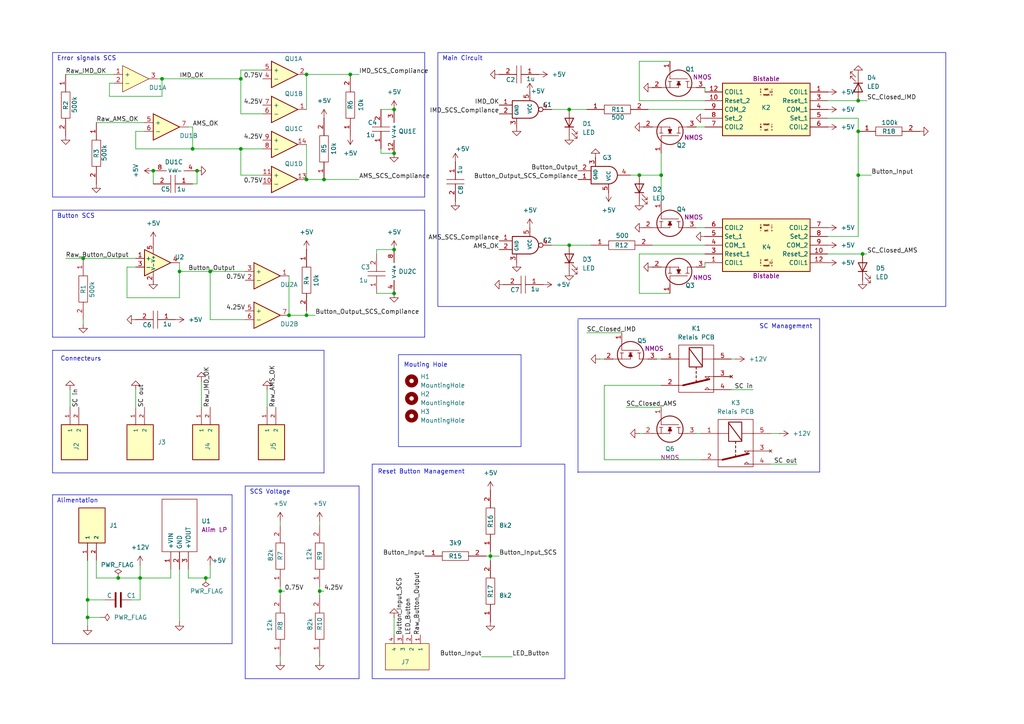
<source format=kicad_sch>
(kicad_sch (version 20250114) (generator "eeschema") (generator_version "9.0")
  (paper "A4")
  (title_block (title "IMD Reset"))
  (rectangle (start 127 15.24) (end 274.32 88.9))
  (rectangle (start 115.57 102.87) (end 151.13 129.54))
  (rectangle (start 107.95 134.62) (end 163.83 196.85))
  (rectangle (start 15.24 15.24) (end 123.19 57.15))
  (text "Error signals SCS" (at 16.51 17.78 0) (effects (font (size 1.27 1.27)) (justify left bottom)))
  (text "Button SCS\n" (at 16.51 63.5 0) (effects (font (size 1.27 1.27)) (justify left bottom)))
  (text "Alimentation\n" (at 16.51 146.05 0) (effects (font (size 1.27 1.27)) (justify left bottom)))
  (text "SC Management" (at 220.218 95.504 0) (effects (font (size 1.27 1.27)) (justify left bottom)))
  (text "Main Circuit" (at 128.27 17.78 0) (effects (font (size 1.27 1.27)) (justify left bottom)))
  (text "Mouting Hole\n" (at 117.094 106.68 0) (effects (font (size 1.27 1.27)) (justify left bottom)))
  (text "Reset Button Management" (at 122.174 136.906 0) (effects (font (size 1.27 1.27))))
  (text "SCS Voltage" (at 72.39 143.51 0) (effects (font (size 1.27 1.27)) (justify left bottom)))
  (text "Connecteurs\n" (at 17.526 104.902 0) (effects (font (size 1.27 1.27)) (justify left bottom)))
  (junction (at 165.1 71.12))
  (junction (at 248.92 50.8))
  (junction (at 88.9 91.44))
  (junction (at 55.88 43.18))
  (junction (at 88.9 21.59))
  (junction (at 83.82 91.44))
  (junction (at 165.1 31.75))
  (junction (at 88.9 52.07))
  (junction (at 69.85 22.86))
  (junction (at 142.24 161.29))
  (junction (at 250.19 73.66))
  (junction (at 191.77 50.8))
  (junction (at 248.92 29.21))
  (junction (at 25.4 173.99))
  (junction (at 59.69 167.64))
  (junction (at 114.3 72.39))
  (junction (at 69.85 43.18))
  (junction (at 248.92 38.1))
  (junction (at 57.15 49.53))
  (junction (at 52.07 78.74))
  (junction (at 34.29 167.64))
  (junction (at 81.28 171.45))
  (junction (at 101.6 21.59))
  (junction (at 114.3 31.75))
  (junction (at 25.4 179.07))
  (junction (at 44.45 49.53))
  (junction (at 114.3 85.09))
  (junction (at 40.64 167.64))
  (junction (at 114.3 44.45))
  (junction (at 46.99 22.86))
  (junction (at 60.96 78.74))
  (junction (at 185.42 50.8))
  (junction (at 24.13 74.93))
  (junction (at 92.71 171.45))
  (junction (at 93.98 52.07))
  (wire (pts (xy 173.99 104.14) (xy 175.26 104.14)))
  (wire (pts (xy 250.19 73.66) (xy 240.03 73.66)))
  (polyline (pts (xy 93.98 101.6) (xy 15.24 101.6)))
  (wire (pts (xy 231.14 134.62) (xy 223.52 134.62)))
  (wire (pts (xy 44.45 49.53) (xy 44.45 53.34)))
  (wire (pts (xy 101.6 21.59) (xy 104.14 21.59)))
  (wire (pts (xy 182.88 50.8) (xy 185.42 50.8)))
  (wire (pts (xy 92.71 171.45) (xy 93.98 171.45)))
  (wire (pts (xy 189.23 71.12) (xy 204.47 71.12)))
  (wire (pts (xy 71.12 92.71) (xy 60.96 92.71)))
  (wire (pts (xy 175.26 133.35) (xy 175.26 111.76)))
  (wire (pts (xy 19.05 21.59) (xy 33.02 21.59)))
  (wire (pts (xy 160.02 31.75) (xy 165.1 31.75)))
  (wire (pts (xy 83.82 91.44) (xy 88.9 91.44)))
  (wire (pts (xy 109.22 73.66) (xy 109.22 72.39)))
  (wire (pts (xy 88.9 52.07) (xy 93.98 52.07)))
  (polyline (pts (xy 15.24 186.69) (xy 67.31 186.69)))
  (wire (pts (xy 109.22 72.39) (xy 114.3 72.39)))
  (wire (pts (xy 39.37 113.03) (xy 39.37 118.11)))
  (wire (pts (xy 69.85 43.18) (xy 76.2 43.18)))
  (wire (pts (xy 25.4 173.99) (xy 25.4 179.07)))
  (wire (pts (xy 92.71 170.18) (xy 92.71 171.45)))
  (polyline (pts (xy 15.24 60.96) (xy 15.24 97.79)))
  (wire (pts (xy 201.93 125.73) (xy 203.2 125.73)))
  (wire (pts (xy 81.28 170.18) (xy 81.28 171.45)))
  (wire (pts (xy 251.46 73.66) (xy 250.19 73.66)))
  (wire (pts (xy 46.99 22.86) (xy 69.85 22.86)))
  (wire (pts (xy 204.47 25.4) (xy 204.47 26.67)))
  (wire (pts (xy 185.42 73.66) (xy 185.42 85.09)))
  (wire (pts (xy 175.26 111.76) (xy 191.77 111.76)))
  (wire (pts (xy 187.96 31.75) (xy 204.47 31.75)))
  (wire (pts (xy 60.96 78.74) (xy 60.96 92.71)))
  (polyline (pts (xy 93.98 137.16) (xy 93.98 101.6)))
  (wire (pts (xy 52.07 78.74) (xy 52.07 86.36)))
  (polyline (pts (xy 167.64 136.906) (xy 237.744 136.906)))
  (wire (pts (xy 58.42 110.49) (xy 58.42 118.11)))
  (wire (pts (xy 88.9 21.59) (xy 101.6 21.59)))
  (polyline (pts (xy 67.31 186.69) (xy 67.31 143.51)))
  (wire (pts (xy 20.32 118.11) (xy 20.32 113.03)))
  (wire (pts (xy 49.53 167.64) (xy 40.64 167.64)))
  (polyline (pts (xy 15.24 137.16) (xy 93.98 137.16)))
  (wire (pts (xy 185.42 29.21) (xy 185.42 17.78)))
  (wire (pts (xy 165.1 71.12) (xy 171.45 71.12)))
  (wire (pts (xy 144.78 161.29) (xy 142.24 161.29)))
  (wire (pts (xy 33.02 24.13) (xy 31.75 24.13)))
  (wire (pts (xy 185.42 85.09) (xy 194.31 85.09)))
  (wire (pts (xy 69.85 20.32) (xy 69.85 22.86)))
  (wire (pts (xy 69.85 50.8) (xy 69.85 43.18)))
  (wire (pts (xy 44.45 82.55) (xy 44.45 81.28)))
  (wire (pts (xy 81.28 190.5) (xy 81.28 191.77)))
  (wire (pts (xy 24.13 92.71) (xy 24.13 93.98)))
  (wire (pts (xy 57.15 53.34) (xy 55.88 53.34)))
  (wire (pts (xy 77.47 118.11) (xy 77.47 113.03)))
  (wire (pts (xy 25.4 162.56) (xy 25.4 173.99)))
  (wire (pts (xy 248.92 38.1) (xy 248.92 50.8)))
  (wire (pts (xy 213.36 104.14) (xy 212.09 104.14)))
  (wire (pts (xy 31.75 24.13) (xy 31.75 27.94)))
  (polyline (pts (xy 123.19 60.96) (xy 15.24 60.96)))
  (wire (pts (xy 252.73 50.8) (xy 248.92 50.8)))
  (wire (pts (xy 52.07 76.2) (xy 52.07 78.74)))
  (wire (pts (xy 248.92 29.21) (xy 251.46 29.21)))
  (wire (pts (xy 52.07 78.74) (xy 60.96 78.74)))
  (wire (pts (xy 191.77 44.45) (xy 191.77 50.8)))
  (wire (pts (xy 46.99 27.94) (xy 46.99 22.86)))
  (wire (pts (xy 55.88 43.18) (xy 69.85 43.18)))
  (wire (pts (xy 52.07 165.1) (xy 52.07 180.34)))
  (wire (pts (xy 83.82 80.01) (xy 83.82 91.44)))
  (wire (pts (xy 185.42 50.8) (xy 191.77 50.8)))
  (wire (pts (xy 60.96 163.83) (xy 60.96 167.64)))
  (wire (pts (xy 81.28 171.45) (xy 82.55 171.45)))
  (wire (pts (xy 25.4 181.61) (xy 25.4 179.07)))
  (wire (pts (xy 110.49 43.18) (xy 110.49 44.45)))
  (wire (pts (xy 55.88 36.83) (xy 54.61 36.83)))
  (wire (pts (xy 114.3 179.07) (xy 114.3 184.15)))
  (wire (pts (xy 54.61 165.1) (xy 54.61 167.64)))
  (wire (pts (xy 201.93 66.04) (xy 204.47 66.04)))
  (wire (pts (xy 109.22 85.09) (xy 114.3 85.09)))
  (wire (pts (xy 190.5 104.14) (xy 191.77 104.14)))
  (wire (pts (xy 31.75 27.94) (xy 46.99 27.94)))
  (wire (pts (xy 57.15 53.34) (xy 57.15 49.53)))
  (wire (pts (xy 81.28 151.13) (xy 81.28 152.4)))
  (wire (pts (xy 24.13 74.93) (xy 39.37 74.93)))
  (wire (pts (xy 54.61 167.64) (xy 59.69 167.64)))
  (wire (pts (xy 41.91 38.1) (xy 39.37 38.1)))
  (wire (pts (xy 248.92 34.29) (xy 248.92 38.1)))
  (wire (pts (xy 88.9 41.91) (xy 88.9 52.07)))
  (wire (pts (xy 88.9 91.44) (xy 91.44 91.44)))
  (wire (pts (xy 160.02 71.12) (xy 165.1 71.12)))
  (wire (pts (xy 71.12 78.74) (xy 60.96 78.74)))
  (wire (pts (xy 248.92 50.8) (xy 248.92 68.58)))
  (polyline (pts (xy 104.14 196.85) (xy 71.12 196.85)))
  (wire (pts (xy 92.71 190.5) (xy 92.71 191.77)))
  (wire (pts (xy 69.85 33.02) (xy 76.2 33.02)))
  (wire (pts (xy 218.44 113.03) (xy 212.09 113.03)))
  (wire (pts (xy 76.2 50.8) (xy 69.85 50.8)))
  (wire (pts (xy 39.37 43.18) (xy 55.88 43.18)))
  (wire (pts (xy 203.2 133.35) (xy 175.26 133.35)))
  (polyline (pts (xy 15.24 97.79) (xy 123.19 97.79)))
  (wire (pts (xy 55.88 43.18) (xy 55.88 36.83)))
  (wire (pts (xy 191.77 50.8) (xy 191.77 58.42)))
  (wire (pts (xy 19.05 74.93) (xy 24.13 74.93)))
  (wire (pts (xy 201.93 36.83) (xy 204.47 36.83)))
  (wire (pts (xy 181.61 118.11) (xy 191.77 118.11)))
  (wire (pts (xy 36.83 86.36) (xy 52.07 86.36)))
  (polyline (pts (xy 167.64 92.71) (xy 167.64 137.16)))
  (polyline (pts (xy 15.24 143.51) (xy 15.24 186.69)))
  (wire (pts (xy 39.37 38.1) (xy 39.37 43.18)))
  (wire (pts (xy 142.24 161.29) (xy 142.24 162.56)))
  (wire (pts (xy 34.29 167.64) (xy 40.64 167.64)))
  (wire (pts (xy 240.03 29.21) (xy 248.92 29.21)))
  (wire (pts (xy 81.28 171.45) (xy 81.28 172.72)))
  (wire (pts (xy 76.2 20.32) (xy 69.85 20.32)))
  (wire (pts (xy 142.24 161.29) (xy 140.97 161.29)))
  (wire (pts (xy 110.49 44.45) (xy 114.3 44.45)))
  (wire (pts (xy 29.21 179.07) (xy 25.4 179.07)))
  (wire (pts (xy 92.71 171.45) (xy 92.71 172.72)))
  (wire (pts (xy 49.53 165.1) (xy 49.53 167.64)))
  (wire (pts (xy 185.42 17.78) (xy 194.31 17.78)))
  (wire (pts (xy 180.34 96.52) (xy 170.18 96.52)))
  (wire (pts (xy 88.9 91.44) (xy 88.9 90.17)))
  (wire (pts (xy 59.69 167.64) (xy 60.96 167.64)))
  (wire (pts (xy 92.71 151.13) (xy 92.71 152.4)))
  (polyline (pts (xy 237.744 136.906) (xy 237.744 92.456)))
  (wire (pts (xy 38.1 173.99) (xy 40.64 173.99)))
  (wire (pts (xy 69.85 22.86) (xy 69.85 33.02)))
  (wire (pts (xy 27.94 35.56) (xy 41.91 35.56)))
  (wire (pts (xy 40.64 173.99) (xy 40.64 167.64)))
  (wire (pts (xy 240.03 68.58) (xy 248.92 68.58)))
  (wire (pts (xy 142.24 160.02) (xy 142.24 161.29)))
  (polyline (pts (xy 71.12 140.97) (xy 104.14 140.97)))
  (wire (pts (xy 27.94 167.64) (xy 34.29 167.64)))
  (polyline (pts (xy 15.24 101.6) (xy 15.24 137.16)))
  (wire (pts (xy 185.42 29.21) (xy 204.47 29.21)))
  (wire (pts (xy 27.94 162.56) (xy 27.94 167.64)))
  (wire (pts (xy 240.03 34.29) (xy 248.92 34.29)))
  (wire (pts (xy 204.47 76.2) (xy 204.47 77.47)))
  (wire (pts (xy 39.37 77.47) (xy 36.83 77.47)))
  (wire (pts (xy 104.14 52.07) (xy 93.98 52.07)))
  (wire (pts (xy 223.52 125.73) (xy 226.06 125.73)))
  (wire (pts (xy 139.7 190.5) (xy 148.59 190.5)))
  (wire (pts (xy 185.42 73.66) (xy 204.47 73.66)))
  (wire (pts (xy 46.99 22.86) (xy 45.72 22.86)))
  (polyline (pts (xy 71.12 140.97) (xy 71.12 196.85)))
  (wire (pts (xy 165.1 31.75) (xy 170.18 31.75)))
  (polyline (pts (xy 104.14 140.97) (xy 104.14 196.85)))
  (wire (pts (xy 40.64 163.83) (xy 40.64 167.64)))
  (wire (pts (xy 185.42 125.73) (xy 186.69 125.73)))
  (polyline (pts (xy 67.31 143.51) (xy 15.24 143.51)))
  (wire (pts (xy 36.83 77.47) (xy 36.83 86.36)))
  (wire (pts (xy 25.4 173.99) (xy 30.48 173.99)))
  (polyline (pts (xy 237.744 92.456) (xy 167.64 92.456)))
  (wire (pts (xy 110.49 31.75) (xy 114.3 31.75)))
  (wire (pts (xy 88.9 21.59) (xy 88.9 31.75)))
  (polyline (pts (xy 123.19 97.79) (xy 123.19 60.96)))
  (label "4.25V" (at 93.98 171.45 0))
  (label "Raw_AMS_OK" (at 80.01 118.11 90))
  (label "Button_Output_SCS_Compliance" (at 167.64 52.07 180))
  (label "Button_Output_SCS_Compliance" (at 91.44 91.44 0))
  (label "0.75V" (at 82.55 171.45 0))
  (label "SC in" (at 218.44 113.03 180))
  (label "Raw_IMD_OK" (at 60.96 118.11 90))
  (label "IMD_SCS_Compliance" (at 144.78 33.02 180))
  (label "Button_Input_SCS" (at 116.84 184.15 90))
  (label "0.75V" (at 76.2 22.86 180))
  (label "SC out" (at 231.14 134.62 180))
  (label "Button_Input" (at 139.7 190.5 180))
  (label "Button_Input" (at 252.73 50.8 0))
  (label "IMD_OK" (at 52.07 22.86 0))
  (label "0.75V" (at 71.12 81.28 180))
  (label "Raw_Button_Output" (at 121.92 184.15 90))
  (label "IMD_SCS_Compliance" (at 104.14 21.59 0))
  (label "Button_Input_SCS" (at 144.78 161.29 0))
  (label "SC in" (at 22.86 118.11 90))
  (label "LED_Button" (at 119.38 184.15 90))
  (label "Raw_IMD_OK" (at 19.05 21.59 0))
  (label "4.25V" (at 76.2 30.48 180))
  (label "SC out" (at 41.91 118.11 90))
  (label "AMS_SCS_Compliance" (at 104.14 52.07 0))
  (label "4.25V" (at 71.12 90.17 180))
  (label "SC_Closed_AMS" (at 181.61 118.11 0))
  (label "Button_Output" (at 167.64 49.53 180))
  (label "IMD_OK" (at 144.78 30.48 180))
  (label "Button_Output" (at 54.61 78.74 0))
  (label "AMS_SCS_Compliance" (at 144.78 69.85 180))
  (label "0.75V" (at 76.2 53.34 180))
  (label "Raw_Button_Output" (at 19.05 74.93 0))
  (label "LED_Button" (at 148.59 190.5 0))
  (label "AMS_OK" (at 144.78 72.39 180))
  (label "Raw_AMS_OK" (at 27.94 35.56 0))
  (label "Button_Input" (at 123.19 161.29 180))
  (label "SC_Closed_IMD" (at 251.46 29.21 0))
  (label "4.25V" (at 76.2 40.64 180))
  (label "SC_Closed_IMD" (at 170.18 96.52 0))
  (label "SC_Closed_AMS" (at 251.46 73.66 0))
  (label "AMS_OK" (at 55.88 36.83 0))
  (symbol (lib_id "power:+5V") (at 142.24 142.24 0) (mirror y) (unit 1)
    (property "Reference" "#PWR01" (effects (hide yes)))
    (property "Value" "+5V" (at 142.24 137.16 0))
    (property "Description" "Power symbol creates a global label with name \"+5V\"" (effects (hide yes)))
  )
  (symbol (lib_id "power:+5V") (at 92.71 151.13 0) (unit 1)
    (property "Reference" "#PWR07" (effects (hide yes)))
    (property "Value" "+5V" (at 92.71 146.05 0))
    (property "Description" "Power symbol creates a global label with name \"+5V\"" (effects (hide yes)))
  )
  (symbol (lib_id "power:+5V") (at 44.45 49.53 90) (unit 1)
    (property "Reference" "#PWR08" (effects (hide yes)))
    (property "Value" "+5V" (at 39.37 49.53 0))
    (property "Description" "Power symbol creates a global label with name \"+5V\"" (effects (hide yes)))
  )
  (symbol (lib_id "power:GND") (at 204.47 34.29 270) (unit 1)
    (property "Reference" "#GND021" (effects (hide yes)))
    (property "Value" "GND" (effects (hide yes)))
    (property "Description" "Power symbol creates a global label with name \"GND\" , ground" (effects (hide yes)))
  )
  (symbol (lib_id "power:+5V") (at 81.28 151.13 0) (unit 1)
    (property "Reference" "#PWR06" (effects (hide yes)))
    (property "Value" "+5V" (at 81.28 146.05 0))
    (property "Description" "Power symbol creates a global label with name \"+5V\"" (effects (hide yes)))
  )
  (symbol (lib_id "Device:LED") (at 185.42 54.61 90) (unit 1)
    (property "Reference" "D2" (at 189.23 54.9274 90) (effects (justify right)))
    (property "Value" "LED" (at 189.23 57.4674 90) (effects (justify right)))
    (property "Footprint" "LED_THT:LED_D5.0mm" (effects (hide yes)))
    (property "Description" "Light emitting diode" (effects (hide yes)))
  )
  (symbol (lib_id "EPSA_Lib:Condensateur 0805Y1000104JXT") (at 156.21 21.59 180) (unit 1)
    (property "Reference" "C2" (at 148.082 23.114 0))
    (property "Value" "1u" (at 153.924 22.86 0))
    (property "Footprint" "EPSA_lib:CAPC2012X130N" (effects (hide yes)))
    (property "Datasheet" "http://docs-europe.electrocomponents.com/webdocs/119d/0900766b8119d7bc.pdf" (effects (hide yes)))
    (property "Description" "Syfer 0805 Ceramic Chip Capacitors" (effects (hide yes)))
    (property "Sim.Pins" "1=+ 2=-" (effects (hide yes)))
    (property "Sim.Device" "C" (effects (hide yes)))
    (property "Height" "1.3" (effects (hide yes)))
    (property "Manufacturer_Name" "Syfer" (effects (hide yes)))
    (property "Manufacturer_Part_Number" "0805Y1000104JXT" (effects (hide yes)))
    (property "Render Name" "Condensateur" (effects (hide yes)))
  )
  (symbol (lib_id "power:GND") (at 20.32 113.03 180) (unit 1)
    (property "Reference" "#GND012" (effects (hide yes)))
    (property "Value" "GND" (effects (hide yes)))
    (property "Description" "Power symbol creates a global label with name \"GND\" , ground" (effects (hide yes)))
  )
  (symbol (lib_id "power:GND") (at 173.99 104.14 270) (unit 1)
    (property "Reference" "#GND01" (effects (hide yes)))
    (property "Value" "GND" (effects (hide yes)))
    (property "Description" "Power symbol creates a global label with name \"GND\" , ground" (effects (hide yes)))
  )
  (symbol (lib_id "power:GND") (at 58.42 110.49 180) (unit 1)
    (property "Reference" "#GND03" (effects (hide yes)))
    (property "Value" "GND" (effects (hide yes)))
    (property "Description" "Power symbol creates a global label with name \"GND\" , ground" (effects (hide yes)))
  )
  (symbol (lib_id "EPSA_Lib:Résistance RK73H2BLTDD2152F") (at 19.05 21.59 270) (unit 1)
    (property "Reference" "R2" (at 19.05 29.21 0) (effects (justify left)))
    (property "Value" "500k" (at 21.59 27.94 0) (effects (justify left)))
    (property "Footprint" "EPSA_lib:RESC3216X70N" (effects (hide yes)))
    (property "Datasheet" "http://www.koaspeer.com/catimages/Products/RK73H/RK73H.pdf" (effects (hide yes)))
    (property "Description" "Thick Film Resistors - SMD" (effects (hide yes)))
    (property "Height" "0.7" (effects (hide yes)))
    (property "Manufacturer_Name" "KOA Speer" (effects (hide yes)))
    (property "Manufacturer_Part_Number" "RK73H2BLTDD2152F" (effects (hide yes)))
    (property "Mouser Part Number" "N/A" (effects (hide yes)))
    (property "Mouser Price/Stock" "https://www.mouser.co.uk/ProductDetail/KOA-Speer/RK73H2BLTDD2152F?qs=WeIALVmW3zmyxMFsjVzMRw%3D%3D" (effects (hide yes)))
    (property "Sim.Device" "R" (effects (hide yes)))
    (property "Sim.Params" "type=\"R\" model=\"10k\" lib=\"\"" (effects (hide yes)))
    (property "Sim.Pins" "1=+ 2=-" (effects (hide yes)))
    (property "Render Name" "Résistance" (effects (hide yes)))
  )
  (symbol (lib_id "EPSA_Lib:Opamp_Dual") (at 35.56 22.86 0) (unit 1)
    (property "Reference" "DU1" (at 43.18 25.4 0) (effects (justify left)))
    (property "Value" "Opamp_Dual" (effects (hide yes)))
    (property "Footprint" "Package_SO:TSSOP-8_4.4x3mm_P0.65mm" (effects (hide yes)))
    (property "Datasheet" "https://www.ti.com/lit/gpn/tlv9064-q1" (effects (hide yes)))
    (property "Description" "Dual operational amplifier" (effects (hide yes)))
    (property "Manufacturer_Name" "Texas Instruments" (effects (hide yes)))
    (property "Manufacturer_Part_Number" "TLV9062QPWRQ1 " (effects (hide yes)))
    (property "Mouser Part Number" "595-TLV9062QPWRQ1 " (effects (hide yes)))
  )
  (symbol (lib_id "power:GND") (at 149.86 36.83 0) (unit 1)
    (property "Reference" "#GND015" (effects (hide yes)))
    (property "Value" "GND" (effects (hide yes)))
    (property "Description" "Power symbol creates a global label with name \"GND\" , ground" (effects (hide yes)))
  )
  (symbol (lib_id "power:GND") (at 185.42 58.42 0) (unit 1)
    (property "Reference" "#GND038" (effects (hide yes)))
    (property "Value" "GND" (effects (hide yes)))
    (property "Description" "Power symbol creates a global label with name \"GND\" , ground" (effects (hide yes)))
  )
  (symbol (lib_id "power:+5V") (at 240.03 71.12 270) (unit 1)
    (property "Reference" "#PWR03" (effects (hide yes)))
    (property "Value" "+5V" (at 243.84 71.12 90) (effects (justify left)))
    (property "Description" "Power symbol creates a global label with name \"+5V\"" (effects (hide yes)))
  )
  (symbol (lib_id "EPSA_Lib:Comparator_Dual") (at 73.66 91.44 0) (unit 2)
    (property "Reference" "DU2" (at 81.28 93.98 0) (effects (justify left)))
    (property "Value" "Opamp_Dual" (effects (hide yes)))
    (property "Footprint" "Package_SO:TSSOP-8_4.4x3mm_P0.65mm" (effects (hide yes)))
    (property "Datasheet" "https://www.ti.com/lit/gpn/lmv339" (effects (hide yes)))
    (property "Description" "Dual comparator" (effects (hide yes)))
    (property "Manufacturer_Name" "Texas Instruments" (effects (hide yes)))
    (property "Manufacturer_Part_Number" "LMV393IPWR" (effects (hide yes)))
    (property "Mouser Part Number" "595-LMV393IPWR" (effects (hide yes)))
    (property "Sim.Library" "${SP_BASIC}\\Comp_lm393lv.lib" (effects (hide yes)))
    (property "Sim.Name" "LM393LV_Dual" (effects (hide yes)))
    (property "Sim.Device" "SUBCKT" (effects (hide yes)))
    (property "Sim.Pins" "1=OUT1 2=IN1- 3=IN1+ 4=GND 5=IN2+ 6=IN2- 7=OUT2 8=V+" (effects (hide yes)))
  )
  (symbol (lib_id "power:GND") (at 44.45 81.28 0) (unit 1)
    (property "Reference" "#GND031" (effects (hide yes)))
    (property "Value" "GND" (effects (hide yes)))
    (property "Description" "Power symbol creates a global label with name \"GND\" , ground" (effects (hide yes)))
  )
  (symbol (lib_id "power:GND") (at 172.72 45.72 180) (unit 1)
    (property "Reference" "#GND028" (effects (hide yes)))
    (property "Value" "GND" (effects (hide yes)))
    (property "Description" "Power symbol creates a global label with name \"GND\" , ground" (effects (hide yes)))
  )
  (symbol (lib_id "EPSA_Lib:Résistance RK73H2BLTDD2152F") (at 88.9 72.39 270) (unit 1)
    (property "Reference" "R4" (at 88.9 80.01 0) (effects (justify left)))
    (property "Value" "10k" (at 91.694 79.502 0) (effects (justify left)))
    (property "Footprint" "EPSA_lib:RESC3216X70N" (effects (hide yes)))
    (property "Datasheet" "http://www.koaspeer.com/catimages/Products/RK73H/RK73H.pdf" (effects (hide yes)))
    (property "Description" "Thick Film Resistors - SMD" (effects (hide yes)))
    (property "Height" "0.7" (effects (hide yes)))
    (property "Manufacturer_Name" "KOA Speer" (effects (hide yes)))
    (property "Manufacturer_Part_Number" "RK73H2BLTDD2152F" (effects (hide yes)))
    (property "Mouser Part Number" "N/A" (effects (hide yes)))
    (property "Mouser Price/Stock" "https://www.mouser.co.uk/ProductDetail/KOA-Speer/RK73H2BLTDD2152F?qs=WeIALVmW3zmyxMFsjVzMRw%3D%3D" (effects (hide yes)))
    (property "Sim.Device" "R" (effects (hide yes)))
    (property "Sim.Params" "type=\"R\" model=\"10k\" lib=\"\"" (effects (hide yes)))
    (property "Sim.Pins" "1=+ 2=-" (effects (hide yes)))
    (property "Render Name" "Résistance" (effects (hide yes)))
  )
  (symbol (lib_id "power:+5V") (at 88.9 72.39 0) (unit 1)
    (property "Reference" "#PWR018" (effects (hide yes)))
    (property "Value" "+5V" (at 88.9 67.31 0))
    (property "Description" "Power symbol creates a global label with name \"+5V\"" (effects (hide yes)))
  )
  (symbol (lib_id "EPSA_Lib:Gate AND SN74AHCT1G08DBVR") (at 171.45 50.8 0) (mirror x) (unit 1)
    (property "Reference" "G3" (at 174.7284 45.72 0) (effects (justify left)))
    (property "Value" "Gate AND SN74AHCT1G08DBVR" (effects (hide yes)))
    (property "Footprint" "EPSA_lib:SOT95P280X145-5N" (effects (hide yes)))
    (property "Datasheet" "https://datasheet.datasheetarchive.com/originals/distributors/SFDatasheet-6/sf-000128638.pdf" (effects (hide yes)))
    (property "Description" "SN74AHCT1G08DBVR, Logic Gate 2 Input AND, AHCT, 8mA 5V 5-Pin SOT-23" (effects (hide yes)))
    (property "Sim.Pins" "4=1 1=2 2=3 5=4 3=5" (effects (hide yes)))
    (property "Sim.Device" "SPICE" (effects (hide yes)))
    (property "Sim.Params" "type=\"X\" model=\"SN74AHC1G08\" lib=\"${EPSA_lib}\\SpiceModel\\AND_SN74AHC1G08.lib\"" (effects (hide yes)))
    (property "Height" "1.45" (effects (hide yes)))
    (property "Manufacturer_Name" "Texas Instruments" (effects (hide yes)))
    (property "Manufacturer_Part_Number" "SN74AHCT1G08DBVR" (effects (hide yes)))
    (property "Mouser Part Number" "595-SN74AHCT1G08DBVR" (effects (hide yes)))
    (property "Mouser Price/Stock" "https://www.mouser.co.uk/ProductDetail/Texas-Instruments/SN74AHCT1G08DBVR?qs=8Pd2FuFSoMGY9AK%2Ftqwbcw%3D%3D" (effects (hide yes)))
    (property "Arrow Part Number" "SN74AHCT1G08DBVR" (effects (hide yes)))
    (property "Arrow Price/Stock" "https://www.arrow.com/en/products/sn74ahct1g08dbvr/texas-instruments?region=nac" (effects (hide yes)))
    (property "Render Name" "Gate AND" (effects (hide yes)))
  )
  (symbol (lib_id "EPSA_Lib:Opamp_Dual") (at 50.8 49.53 90) (unit 3)
    (property "Reference" "DU1" (at 53.086 46.99 90) (effects (justify left)))
    (property "Value" "Opamp_Dual" (effects (hide yes)))
    (property "Footprint" "Package_SO:TSSOP-8_4.4x3mm_P0.65mm" (effects (hide yes)))
    (property "Datasheet" "https://www.ti.com/lit/gpn/tlv9064-q1" (effects (hide yes)))
    (property "Description" "Dual operational amplifier" (effects (hide yes)))
    (property "Manufacturer_Name" "Texas Instruments" (effects (hide yes)))
    (property "Manufacturer_Part_Number" "TLV9062QPWRQ1 " (effects (hide yes)))
    (property "Mouser Part Number" "595-TLV9062QPWRQ1 " (effects (hide yes)))
  )
  (symbol (lib_id "power:GND") (at 149.86 76.2 0) (unit 1)
    (property "Reference" "#GND09" (effects (hide yes)))
    (property "Value" "GND" (effects (hide yes)))
    (property "Description" "Power symbol creates a global label with name \"GND\" , ground" (effects (hide yes)))
  )
  (symbol (lib_id "EPSA_Lib:Résistance RK73H2BLTDD2152F") (at 24.13 74.93 270) (unit 1)
    (property "Reference" "R1" (at 24.13 82.55 0) (effects (justify left)))
    (property "Value" "500k" (at 26.67 81.534 0) (effects (justify left)))
    (property "Footprint" "EPSA_lib:RESC3216X70N" (effects (hide yes)))
    (property "Datasheet" "http://www.koaspeer.com/catimages/Products/RK73H/RK73H.pdf" (effects (hide yes)))
    (property "Description" "Thick Film Resistors - SMD" (effects (hide yes)))
    (property "Height" "0.7" (effects (hide yes)))
    (property "Manufacturer_Name" "KOA Speer" (effects (hide yes)))
    (property "Manufacturer_Part_Number" "RK73H2BLTDD2152F" (effects (hide yes)))
    (property "Mouser Part Number" "N/A" (effects (hide yes)))
    (property "Mouser Price/Stock" "https://www.mouser.co.uk/ProductDetail/KOA-Speer/RK73H2BLTDD2152F?qs=WeIALVmW3zmyxMFsjVzMRw%3D%3D" (effects (hide yes)))
    (property "Sim.Device" "R" (effects (hide yes)))
    (property "Sim.Params" "type=\"R\" model=\"10k\" lib=\"\"" (effects (hide yes)))
    (property "Sim.Pins" "1=+ 2=-" (effects (hide yes)))
    (property "Render Name" "Résistance" (effects (hide yes)))
  )
  (symbol (lib_id "power:GND") (at 114.3 85.09 0) (unit 1)
    (property "Reference" "#GND030" (effects (hide yes)))
    (property "Value" "GND" (effects (hide yes)))
    (property "Description" "Power symbol creates a global label with name \"GND\" , ground" (effects (hide yes)))
  )
  (symbol (lib_id "EPSA_Lib:Résistance RK73H2BLTDD2152F") (at 101.6 39.37 90) (unit 1)
    (property "Reference" "R6" (at 101.6 31.75 0) (effects (justify left)))
    (property "Value" "10k" (at 104.648 32.258 0) (effects (justify left)))
    (property "Footprint" "EPSA_lib:RESC3216X70N" (effects (hide yes)))
    (property "Datasheet" "http://www.koaspeer.com/catimages/Products/RK73H/RK73H.pdf" (effects (hide yes)))
    (property "Description" "Thick Film Resistors - SMD" (effects (hide yes)))
    (property "Height" "0.7" (effects (hide yes)))
    (property "Manufacturer_Name" "KOA Speer" (effects (hide yes)))
    (property "Manufacturer_Part_Number" "RK73H2BLTDD2152F" (effects (hide yes)))
    (property "Mouser Part Number" "N/A" (effects (hide yes)))
    (property "Mouser Price/Stock" "https://www.mouser.co.uk/ProductDetail/KOA-Speer/RK73H2BLTDD2152F?qs=WeIALVmW3zmyxMFsjVzMRw%3D%3D" (effects (hide yes)))
    (property "Sim.Device" "R" (effects (hide yes)))
    (property "Sim.Params" "type=\"R\" model=\"10k\" lib=\"\"" (effects (hide yes)))
    (property "Sim.Pins" "1=+ 2=-" (effects (hide yes)))
    (property "Render Name" "Résistance" (effects (hide yes)))
  )
  (symbol (lib_id "EPSA_Lib:Résistance RK73H2BLTDD2152F") (at 171.45 71.12 0) (unit 1)
    (property "Reference" "R12" (at 178.308 71.12 0) (effects (justify left)))
    (property "Value" "500" (at 178.562 68.326 0) (effects (justify left)))
    (property "Footprint" "EPSA_lib:RESC3216X70N" (effects (hide yes)))
    (property "Datasheet" "http://www.koaspeer.com/catimages/Products/RK73H/RK73H.pdf" (effects (hide yes)))
    (property "Description" "Thick Film Resistors - SMD" (effects (hide yes)))
    (property "Height" "0.7" (effects (hide yes)))
    (property "Manufacturer_Name" "KOA Speer" (effects (hide yes)))
    (property "Manufacturer_Part_Number" "RK73H2BLTDD2152F" (effects (hide yes)))
    (property "Mouser Part Number" "N/A" (effects (hide yes)))
    (property "Mouser Price/Stock" "https://www.mouser.co.uk/ProductDetail/KOA-Speer/RK73H2BLTDD2152F?qs=WeIALVmW3zmyxMFsjVzMRw%3D%3D" (effects (hide yes)))
    (property "Sim.Device" "R" (effects (hide yes)))
    (property "Sim.Params" "type=\"R\" model=\"10k\" lib=\"\"" (effects (hide yes)))
    (property "Sim.Pins" "1=+ 2=-" (effects (hide yes)))
    (property "Render Name" "Résistance" (effects (hide yes)))
  )
  (symbol (lib_name "NMOS SQ2348ES-T1_GE3_1") (lib_id "EPSA_Lib:NMOS SQ2348ES-T1_GE3") (at 186.69 125.73 0) (unit 1)
    (property "Reference" "Q6" (at 194.31 130.175 0))
    (property "Value" "NMOS SQ2348ES-T1_GE3" (effects (hide yes)))
    (property "Footprint" "EPSA_lib:SOT95P237X112-3N" (effects (hide yes)))
    (property "Datasheet" "http://www.vishay.com/docs/63706/sq2348es.pdf" (effects (hide yes)))
    (property "Description" "VISHAY - SQ2348ES-T1_GE3 - MOSFET, AEC-Q101, N-CH, 30V, SOT-23" (effects (hide yes)))
    (property "Sim.Pins" "3=1 1=2 2=3" (effects (hide yes)))
    (property "Sim.Device" "SPICE" (effects (hide yes)))
    (property "Sim.Params" "type=\"X\" model=\"SQ2348ES\" lib=\"${EPSA_lib}\\SpiceModel\\NMOS_SQ2348ES_PS Rev A.LIB\"" (effects (hide yes)))
    (property "Height" "1.12" (effects (hide yes)))
    (property "Manufacturer_Name" "Vishay" (effects (hide yes)))
    (property "Manufacturer_Part_Number" "SQ2348ES-T1_GE3" (effects (hide yes)))
    (property "Mouser Part Number" "781-SQ2348ES-T1_GE3" (effects (hide yes)))
    (property "Mouser Price/Stock" "https://www.mouser.co.uk/ProductDetail/Vishay-Siliconix/SQ2348ES-T1_GE3?qs=jHkklCh7amgC88blremf%252Bw%3D%3D" (effects (hide yes)))
    (property "Render Name" "NMOS" (at 194.31 132.715 0))
  )
  (symbol (lib_id "power:GND") (at 52.07 180.34 0) (unit 1)
    (property "Reference" "#GND07" (effects (hide yes)))
    (property "Value" "GND" (effects (hide yes)))
    (property "Description" "Power symbol creates a global label with name \"GND\" , ground" (effects (hide yes)))
  )
  (symbol (lib_id "power:PWR_FLAG") (at 34.29 167.64 0) (unit 1)
    (property "Reference" "#FLG0102" (effects (hide yes)))
    (property "Value" "PWR_FLAG" (at 29.21 163.83 0) (effects (justify left)))
    (property "Description" "Special symbol for telling ERC where power comes from" (effects (hide yes)))
  )
  (symbol (lib_id "EPSA_Lib:Bistable V23079B1201B301") (at 240.03 26.67 0) (mirror y) (unit 1)
    (property "Reference" "K2" (at 223.52 30.48 0) (effects (justify left top)))
    (property "Value" "Bistable V23079B1201B301" (effects (hide yes)))
    (property "Footprint" "EPSA_lib:V23079B1201B301" (effects (hide yes)))
    (property "Datasheet" "https://www.te.com/commerce/DocumentDelivery/DDEController?Action=showdoc&DocId=Data+Sheet%7FP2_Relay%7FZ14%7Fpdf%7FEnglish%7FENG_DS_P2_Relay_Z14.pdf%7F3-1393788-3" (effects (hide yes)))
    (property "Description" "TE CONNECTIVITY / AXICOM - V23079B1201B301 - RELAY, SIGNAL, DPDT, 250VAC, 220VDC, 2A" (effects (hide yes)))
    (property "Height" "9.9" (effects (hide yes)))
    (property "Mouser Part Number" "655-V23079B1201B301" (effects (hide yes)))
    (property "Mouser Price/Stock" "https://www.mouser.co.uk/ProductDetail/TE-Connectivity-Axicom/V23079B1201B301?qs=Mpp7pS3%252Boa448t%252ByTVqVnw%3D%3D" (effects (hide yes)))
    (property "Manufacturer_Name" "TE Connectivity" (effects (hide yes)))
    (property "Manufacturer_Part_Number" "V23079B1201B301" (effects (hide yes)))
    (property "Render Name" "Bistable" (at 222.25 22.86 0))
  )
  (symbol (lib_id "power:GND") (at 77.47 113.03 180) (unit 1)
    (property "Reference" "#GND016" (effects (hide yes)))
    (property "Value" "GND" (effects (hide yes)))
    (property "Description" "Power symbol creates a global label with name \"GND\" , ground" (effects (hide yes)))
  )
  (symbol (lib_id "EPSA_Lib:Résistance RK73H2BLTDD2152F") (at 123.19 161.29 0) (mirror x) (unit 1)
    (property "Reference" "R15" (at 132.08 161.29 0))
    (property "Value" "3k9" (at 132.08 157.48 0))
    (property "Footprint" "EPSA_lib:RESC3216X70N" (effects (hide yes)))
    (property "Datasheet" "http://www.koaspeer.com/catimages/Products/RK73H/RK73H.pdf" (effects (hide yes)))
    (property "Description" "Thick Film Resistors - SMD" (effects (hide yes)))
    (property "Sim.Pins" "1=+ 2=-" (effects (hide yes)))
    (property "Sim.Device" "R" (effects (hide yes)))
    (property "Height" "0.7" (effects (hide yes)))
    (property "Manufacturer_Name" "KOA Speer" (effects (hide yes)))
    (property "Manufacturer_Part_Number" "RK73H2BLTDD2152F" (effects (hide yes)))
    (property "Mouser Part Number" "N/A" (effects (hide yes)))
    (property "Mouser Price/Stock" "https://www.mouser.co.uk/ProductDetail/KOA-Speer/RK73H2BLTDD2152F?qs=WeIALVmW3zmyxMFsjVzMRw%3D%3D" (effects (hide yes)))
    (property "Render Name" "Résistance" (effects (hide yes)))
  )
  (symbol (lib_id "EPSA_Lib:Résistance RK73H2BLTDD2152F") (at 92.71 170.18 90) (unit 1)
    (property "Reference" "R9" (at 92.71 162.56 0) (effects (justify left)))
    (property "Value" "12k" (at 89.662 162.56 0) (effects (justify left)))
    (property "Footprint" "EPSA_lib:RESC3216X70N" (effects (hide yes)))
    (property "Datasheet" "http://www.koaspeer.com/catimages/Products/RK73H/RK73H.pdf" (effects (hide yes)))
    (property "Description" "Thick Film Resistors - SMD" (effects (hide yes)))
    (property "Height" "0.7" (effects (hide yes)))
    (property "Manufacturer_Name" "KOA Speer" (effects (hide yes)))
    (property "Manufacturer_Part_Number" "RK73H2BLTDD2152F" (effects (hide yes)))
    (property "Mouser Part Number" "N/A" (effects (hide yes)))
    (property "Mouser Price/Stock" "https://www.mouser.co.uk/ProductDetail/KOA-Speer/RK73H2BLTDD2152F?qs=WeIALVmW3zmyxMFsjVzMRw%3D%3D" (effects (hide yes)))
    (property "Render Name" "Résistance" (effects (hide yes)))
    (property "Sim.Device" "R" (effects (hide yes)))
    (property "Sim.Params" "type=\"R\" model=\"2k\" lib=\"\"" (effects (hide yes)))
    (property "Sim.Pins" "1=+ 2=-" (effects (hide yes)))
  )
  (symbol (lib_id "power:GND") (at 165.1 78.74 0) (unit 1)
    (property "Reference" "#GND035" (effects (hide yes)))
    (property "Value" "GND" (effects (hide yes)))
    (property "Description" "Power symbol creates a global label with name \"GND\" , ground" (effects (hide yes)))
  )
  (symbol (lib_id "EPSA_Lib:Alim LP TSR_0.5-2450") (at 54.61 163.83 90) (unit 1)
    (property "Reference" "U1" (at 58.42 151.1299 90) (effects (justify right)))
    (property "Value" "Alim LP TSR_0.5-2450" (effects (hide yes)))
    (property "Footprint" "EPSA_lib:TSR-0.5-2433" (effects (hide yes)))
    (property "Datasheet" "https://tracopower.com/tsr0-5-datasheet/" (effects (hide yes)))
    (property "Description" "0.5 Amp POL switching regulator, 4.75 to -32 VDC input, pos.-pos. circuit, LM78 compatible, SIP-3" (effects (hide yes)))
    (property "Sim.Pins" "1=1 2=2 3=3" (effects (hide yes)))
    (property "Sim.Device" "SPICE" (effects (hide yes)))
    (property "Sim.Params" "type=\"R\" model=\"Alim LP TSR_0.5-2450\" lib=\"\"" (effects (hide yes)))
    (property "Manufacturer_Name" "Traco Power" (effects (hide yes)))
    (property "Manufacturer_Part_Number" "TSR 0.5-2450" (effects (hide yes)))
    (property "Mouser Part Number" "495-TSR0.5-2450" (effects (hide yes)))
    (property "Mouser Price/Stock" "https://www.mouser.co.uk/ProductDetail/TRACO-Power/TSR-0.5-2450?qs=ckJk83FOD0XpEgQBSwF%2FIw%3D%3D" (effects (hide yes)))
    (property "Arrow Part Number" "TSR 0.5-2450" (effects (hide yes)))
    (property "Arrow Price/Stock" "https://www.arrow.com/en/products/tsr0.5-2450/traco-electronic-ag?region=europe" (effects (hide yes)))
    (property "Render Name" "Alim LP" (at 58.42 153.6699 90) (effects (justify right)))
  )
  (symbol (lib_id "Mechanical:MountingHole") (at 119.38 120.65 0) (unit 1)
    (property "Reference" "H3" (at 121.92 119.3799 0) (effects (justify left)))
    (property "Value" "MountingHole" (at 121.92 121.9199 0) (effects (justify left)))
    (property "Footprint" "MountingHole:MountingHole_2.7mm_M2.5" (effects (hide yes)))
    (property "Description" "Mounting Hole without connection" (effects (hide yes)))
  )
  (symbol (lib_id "EPSA_Lib:Comparator_Quad") (at 78.74 21.59 0) (unit 1)
    (property "Reference" "QU1" (at 82.55 17.018 0) (effects (justify left)))
    (property "Value" "Opamp_Quad" (effects (hide yes)))
    (property "Footprint" "Package_SO:TSSOP-14_4.4x5mm_P0.65mm" (effects (hide yes)))
    (property "Datasheet" "https://www.ti.com/lit/gpn/lmv339" (effects (hide yes)))
    (property "Description" "Quad operational amplifier" (effects (hide yes)))
    (property "Manufacturer_Name" "Texas Instruments" (effects (hide yes)))
    (property "Manufacturer_Part_Number" "LMV339IPWR" (effects (hide yes)))
    (property "Mouser Part Number" "595-LMV339IPWR" (effects (hide yes)))
    (property "Sim.Library" "${SP_BASIC}\\Comp_lm393lv.lib" (effects (hide yes)))
    (property "Sim.Name" "LM393LV_Quad" (effects (hide yes)))
    (property "Sim.Device" "SUBCKT" (effects (hide yes)))
    (property "Sim.Pins" "1=OUT2 2=OUT1 3=V+ 4=IN1- 5=IN1+ 6=IN2- 7=IN2+ 8=IN3- 9=IN3+ 10=IN4- 11=IN4+ 12=GND 13=OUT4 14=OUT3" (effects (hide yes)))
  )
  (symbol (lib_id "power:GND") (at 39.37 92.71 270) (unit 1)
    (property "Reference" "#GND017" (effects (hide yes)))
    (property "Value" "GND" (effects (hide yes)))
    (property "Description" "Power symbol creates a global label with name \"GND\" , ground" (effects (hide yes)))
  )
  (symbol (lib_id "power:GND") (at 189.23 25.4 270) (unit 1)
    (property "Reference" "#GND022" (effects (hide yes)))
    (property "Value" "GND" (effects (hide yes)))
    (property "Description" "Power symbol creates a global label with name \"GND\" , ground" (effects (hide yes)))
  )
  (symbol (lib_id "power:+5V") (at 153.67 66.04 0) (unit 1)
    (property "Reference" "#PWR017" (effects (hide yes)))
    (property "Value" "+5V" (at 153.67 60.96 0))
    (property "Description" "Power symbol creates a global label with name \"+5V\"" (effects (hide yes)))
  )
  (symbol (lib_id "power:+12V") (at 213.36 104.14 270) (unit 1)
    (property "Reference" "#PWR029" (effects (hide yes)))
    (property "Value" "+12V" (at 217.17 104.1399 90) (effects (justify left)))
    (property "Description" "Power symbol creates a global label with name \"+12V\"" (effects (hide yes)))
  )
  (symbol (lib_id "power:+12V") (at 40.64 163.83 0) (unit 1)
    (property "Reference" "#PWR02" (effects (hide yes)))
    (property "Value" "+12V" (at 40.64 158.75 0))
    (property "Description" "Power symbol creates a global label with name \"+12V\"" (effects (hide yes)))
  )
  (symbol (lib_id "Device:LED") (at 250.19 77.47 90) (unit 1)
    (property "Reference" "D5" (at 254 77.7874 90) (effects (justify right)))
    (property "Value" "LED" (at 254 80.3274 90) (effects (justify right)))
    (property "Footprint" "LED_THT:LED_D5.0mm" (effects (hide yes)))
    (property "Description" "Light emitting diode" (effects (hide yes)))
  )
  (symbol (lib_id "EPSA_Lib:Condensateur 0805Y1000104JXT") (at 109.22 85.09 90) (unit 1)
    (property "Reference" "C3" (at 104.648 77.47 90) (effects (justify right)))
    (property "Value" "1u" (at 104.14 81.28 90) (effects (justify right)))
    (property "Footprint" "EPSA_lib:CAPC2012X130N" (effects (hide yes)))
    (property "Datasheet" "http://docs-europe.electrocomponents.com/webdocs/119d/0900766b8119d7bc.pdf" (effects (hide yes)))
    (property "Description" "Syfer 0805 Ceramic Chip Capacitors" (effects (hide yes)))
    (property "Sim.Pins" "1=+ 2=-" (effects (hide yes)))
    (property "Sim.Device" "C" (effects (hide yes)))
    (property "Height" "1.3" (effects (hide yes)))
    (property "Manufacturer_Name" "Syfer" (effects (hide yes)))
    (property "Manufacturer_Part_Number" "0805Y1000104JXT" (effects (hide yes)))
    (property "Render Name" "Condensateur" (effects (hide yes)))
  )
  (symbol (lib_id "Device:LED") (at 248.92 25.4 270) (unit 1)
    (property "Reference" "D4" (at 251.46 22.5424 90) (effects (justify left)))
    (property "Value" "LED" (at 251.46 25.0824 90) (effects (justify left)))
    (property "Footprint" "LED_THT:LED_D5.0mm" (effects (hide yes)))
    (property "Description" "Light emitting diode" (effects (hide yes)))
  )
  (symbol (lib_id "EPSA_Lib:2P Droit 2-11-2022") (at 20.32 128.27 90) (mirror x) (unit 1)
    (property "Reference" "J2" (at 22.86 128.27 0) (effects (justify left bottom)))
    (property "Value" "2P Droit 2-11-2022" (effects (hide yes)))
    (property "Footprint" "EPSA_lib:MOLEX_22-11-2022" (effects (hide yes)))
    (property "Datasheet" "https://www.molex.com/en-us/products/part-detail/22112022?display=pdf" (effects (hide yes)))
    (property "Sim.Pins" "1=1 2=2" (effects (hide yes)))
    (property "Sim.Device" "SPICE" (effects (hide yes)))
    (property "Sim.Params" "type=\"J\" model=\"22-11-2022\" lib=\"\"" (effects (hide yes)))
    (property "MAXIMUM_PACKAGE_HEIGHT" "10.66mm" (effects (hide yes)))
    (property "PARTREV" "BD8" (effects (hide yes)))
    (property "STANDARD" "Manufacturer Recommendations" (effects (hide yes)))
    (property "MANUFACTURER" "Molex" (effects (hide yes)))
    (property "Render Name" "2P Droit" (effects (hide yes)))
    (property "Height" "10.66mm" (effects (hide yes)))
    (property "Manufacturer_Name" "Molex" (effects (hide yes)))
    (property "Manufacturer_Part_Number" "22-11-2022" (effects (hide yes)))
    (property "Mouser Part Number" "538-22-11-2022" (effects (hide yes)))
    (property "Mouser Price/Stock" "https://www.mouser.fr/ProductDetail/Molex/22-11-2022?qs=mrPiglD9aYLq1NGrfjXTJg%3D%3D" (effects (hide yes)))
  )
  (symbol (lib_id "power:+5V") (at 240.03 66.04 270) (unit 1)
    (property "Reference" "#PWR023" (effects (hide yes)))
    (property "Value" "+5V" (at 243.84 66.04 90) (effects (justify left)))
    (property "Description" "Power symbol creates a global label with name \"+5V\"" (effects (hide yes)))
  )
  (symbol (lib_id "power:+5V") (at 240.03 76.2 270) (unit 1)
    (property "Reference" "#PWR025" (effects (hide yes)))
    (property "Value" "+5V" (at 243.84 76.2 90) (effects (justify left)))
    (property "Description" "Power symbol creates a global label with name \"+5V\"" (effects (hide yes)))
  )
  (symbol (lib_id "power:GND") (at 81.28 191.77 0) (unit 1)
    (property "Reference" "#GND025" (effects (hide yes)))
    (property "Value" "GND" (effects (hide yes)))
    (property "Description" "Power symbol creates a global label with name \"GND\" , ground" (effects (hide yes)))
  )
  (symbol (lib_id "EPSA_Lib:Résistance RK73H2BLTDD2152F") (at 81.28 190.5 90) (unit 1)
    (property "Reference" "R8" (at 81.28 182.88 0) (effects (justify left)))
    (property "Value" "12k" (at 78.232 183.134 0) (effects (justify left)))
    (property "Footprint" "EPSA_lib:RESC3216X70N" (effects (hide yes)))
    (property "Datasheet" "http://www.koaspeer.com/catimages/Products/RK73H/RK73H.pdf" (effects (hide yes)))
    (property "Description" "Thick Film Resistors - SMD" (effects (hide yes)))
    (property "Height" "0.7" (effects (hide yes)))
    (property "Manufacturer_Name" "KOA Speer" (effects (hide yes)))
    (property "Manufacturer_Part_Number" "RK73H2BLTDD2152F" (effects (hide yes)))
    (property "Mouser Part Number" "N/A" (effects (hide yes)))
    (property "Mouser Price/Stock" "https://www.mouser.co.uk/ProductDetail/KOA-Speer/RK73H2BLTDD2152F?qs=WeIALVmW3zmyxMFsjVzMRw%3D%3D" (effects (hide yes)))
    (property "Render Name" "Résistance" (effects (hide yes)))
    (property "Sim.Device" "R" (effects (hide yes)))
    (property "Sim.Params" "type=\"R\" model=\"2k\" lib=\"\"" (effects (hide yes)))
    (property "Sim.Pins" "1=+ 2=-" (effects (hide yes)))
  )
  (symbol (lib_id "EPSA_Lib:Comparator_Dual") (at 73.66 80.01 0) (unit 1)
    (property "Reference" "DU2" (at 81.28 82.55 0) (effects (justify left)))
    (property "Value" "Opamp_Dual" (effects (hide yes)))
    (property "Footprint" "Package_SO:TSSOP-8_4.4x3mm_P0.65mm" (effects (hide yes)))
    (property "Datasheet" "https://www.ti.com/lit/gpn/lmv339" (effects (hide yes)))
    (property "Description" "Dual comparator" (effects (hide yes)))
    (property "Manufacturer_Name" "Texas Instruments" (effects (hide yes)))
    (property "Manufacturer_Part_Number" "LMV393IPWR" (effects (hide yes)))
    (property "Mouser Part Number" "595-LMV393IPWR" (effects (hide yes)))
    (property "Sim.Library" "${SP_BASIC}\\Comp_lm393lv.lib" (effects (hide yes)))
    (property "Sim.Name" "LM393LV_Dual" (effects (hide yes)))
    (property "Sim.Device" "SUBCKT" (effects (hide yes)))
    (property "Sim.Pins" "1=OUT1 2=IN1- 3=IN1+ 4=GND 5=IN2+ 6=IN2- 7=OUT2 8=V+" (effects (hide yes)))
  )
  (symbol (lib_id "EPSA_Lib:2P Droit 2-11-2022") (at 39.37 128.27 90) (mirror x) (unit 1)
    (property "Reference" "J3" (at 45.72 128.2699 90) (effects (justify right)))
    (property "Value" "2P Droit 2-11-2022" (effects (hide yes)))
    (property "Footprint" "EPSA_lib:MOLEX_22-11-2022" (effects (hide yes)))
    (property "Datasheet" "https://www.molex.com/en-us/products/part-detail/22112022?display=pdf" (effects (hide yes)))
    (property "Sim.Pins" "1=1 2=2" (effects (hide yes)))
    (property "Sim.Device" "SPICE" (effects (hide yes)))
    (property "Sim.Params" "type=\"J\" model=\"22-11-2022\" lib=\"\"" (effects (hide yes)))
    (property "MAXIMUM_PACKAGE_HEIGHT" "10.66mm" (effects (hide yes)))
    (property "PARTREV" "BD8" (effects (hide yes)))
    (property "STANDARD" "Manufacturer Recommendations" (effects (hide yes)))
    (property "MANUFACTURER" "Molex" (effects (hide yes)))
    (property "Render Name" "2P Droit" (effects (hide yes)))
    (property "Height" "10.66mm" (effects (hide yes)))
    (property "Manufacturer_Name" "Molex" (effects (hide yes)))
    (property "Manufacturer_Part_Number" "22-11-2022" (effects (hide yes)))
    (property "Mouser Part Number" "538-22-11-2022" (effects (hide yes)))
    (property "Mouser Price/Stock" "https://www.mouser.fr/ProductDetail/Molex/22-11-2022?qs=mrPiglD9aYLq1NGrfjXTJg%3D%3D" (effects (hide yes)))
  )
  (symbol (lib_id "Device:LED") (at 165.1 74.93 90) (unit 1)
    (property "Reference" "D3" (at 168.91 75.2474 90) (effects (justify right)))
    (property "Value" "LED" (at 168.91 77.7874 90) (effects (justify right)))
    (property "Footprint" "LED_THT:LED_D5.0mm" (effects (hide yes)))
    (property "Description" "Light emitting diode" (effects (hide yes)))
  )
  (symbol (lib_id "power:+5V") (at 240.03 26.67 270) (mirror x) (unit 1)
    (property "Reference" "#PWR05" (effects (hide yes)))
    (property "Value" "+5V" (at 243.84 26.67 90) (effects (justify left)))
    (property "Description" "Power symbol creates a global label with name \"+5V\"" (effects (hide yes)))
  )
  (symbol (lib_id "power:GND") (at 248.92 21.59 180) (unit 1)
    (property "Reference" "#GND037" (effects (hide yes)))
    (property "Value" "GND" (effects (hide yes)))
    (property "Description" "Power symbol creates a global label with name \"GND\" , ground" (effects (hide yes)))
  )
  (symbol (lib_id "EPSA_Lib:Opamp") (at 44.45 76.2 0) (unit 1)
    (property "Reference" "U2" (at 52.07 74.549 0))
    (property "Value" "${SIM.PARAMS}" (effects (hide yes)))
    (property "Footprint" "Package_TO_SOT_SMD:SOT-353_SC-70-5_Handsoldering" (effects (hide yes)))
    (property "Datasheet" "https://www.ti.com/lit/gpn/tlv9064-q1" (effects (hide yes)))
    (property "Description" "Operational amplifier, single, node sequence=1:+ 2:- 3:OUT 4:V+ 5:V-" (effects (hide yes)))
    (property "Manufacturer_Name" "Texas Instruments" (effects (hide yes)))
    (property "Manufacturer_Part_Number" "TLV9061QDCKRQ1 " (effects (hide yes)))
    (property "Mouser Part Number" " 595-TLV9061QDCKRQ1 " (effects (hide yes)))
  )
  (symbol (lib_id "EPSA_Lib:Condensateur 0805Y1000104JXT") (at 132.08 46.99 270) (unit 1)
    (property "Reference" "C8" (at 133.604 55.118 0))
    (property "Value" "1u" (at 133.35 49.276 0))
    (property "Footprint" "EPSA_lib:CAPC2012X130N" (effects (hide yes)))
    (property "Datasheet" "http://docs-europe.electrocomponents.com/webdocs/119d/0900766b8119d7bc.pdf" (effects (hide yes)))
    (property "Description" "Syfer 0805 Ceramic Chip Capacitors" (effects (hide yes)))
    (property "Sim.Pins" "1=+ 2=-" (effects (hide yes)))
    (property "Sim.Device" "C" (effects (hide yes)))
    (property "Height" "1.3" (effects (hide yes)))
    (property "Manufacturer_Name" "Syfer" (effects (hide yes)))
    (property "Manufacturer_Part_Number" "0805Y1000104JXT" (effects (hide yes)))
    (property "Render Name" "Condensateur" (effects (hide yes)))
  )
  (symbol (lib_id "EPSA_Lib:NMOS SQ2348ES-T1_GE3") (at 180.975 73.025 0) (mirror x) (unit 1)
    (property "Reference" "Q3" (at 200.152 82.804 0))
    (property "Value" "NMOS SQ2348ES-T1_GE3" (effects (hide yes)))
    (property "Footprint" "EPSA_lib:SOT95P237X112-3N" (effects (hide yes)))
    (property "Datasheet" "http://www.vishay.com/docs/63706/sq2348es.pdf" (effects (hide yes)))
    (property "Description" "VISHAY - SQ2348ES-T1_GE3 - MOSFET, AEC-Q101, N-CH, 30V, SOT-23" (effects (hide yes)))
    (property "Sim.Pins" "3=1 1=2 2=3" (effects (hide yes)))
    (property "Sim.Device" "SPICE" (effects (hide yes)))
    (property "Sim.Params" "type=\"X\" model=\"SQ2348ES\" lib=\"${EPSA_lib}\\SpiceModel\\NMOS_SQ2348ES_PS Rev A.LIB\"" (effects (hide yes)))
    (property "Height" "1.12" (effects (hide yes)))
    (property "Manufacturer_Name" "Vishay" (effects (hide yes)))
    (property "Manufacturer_Part_Number" "SQ2348ES-T1_GE3" (effects (hide yes)))
    (property "Mouser Part Number" "781-SQ2348ES-T1_GE3" (effects (hide yes)))
    (property "Mouser Price/Stock" "https://www.mouser.co.uk/ProductDetail/Vishay-Siliconix/SQ2348ES-T1_GE3?qs=jHkklCh7amgC88blremf%252Bw%3D%3D" (effects (hide yes)))
    (property "Render Name" "NMOS" (at 203.708 80.518 0))
  )
  (symbol (lib_id "EPSA_Lib:Bistable V23079B1201B301") (at 204.47 76.2 0) (mirror x) (unit 1)
    (property "Reference" "K4" (at 220.98 72.39 0) (effects (justify left top)))
    (property "Value" "Bistable V23079B1201B301" (effects (hide yes)))
    (property "Footprint" "EPSA_lib:V23079B1201B301" (effects (hide yes)))
    (property "Datasheet" "https://www.te.com/commerce/DocumentDelivery/DDEController?Action=showdoc&DocId=Data+Sheet%7FP2_Relay%7FZ14%7Fpdf%7FEnglish%7FENG_DS_P2_Relay_Z14.pdf%7F3-1393788-3" (effects (hide yes)))
    (property "Description" "TE CONNECTIVITY / AXICOM - V23079B1201B301 - RELAY, SIGNAL, DPDT, 250VAC, 220VDC, 2A" (effects (hide yes)))
    (property "Height" "9.9" (effects (hide yes)))
    (property "Mouser Part Number" "655-V23079B1201B301" (effects (hide yes)))
    (property "Mouser Price/Stock" "https://www.mouser.co.uk/ProductDetail/TE-Connectivity-Axicom/V23079B1201B301?qs=Mpp7pS3%252Boa448t%252ByTVqVnw%3D%3D" (effects (hide yes)))
    (property "Manufacturer_Name" "TE Connectivity" (effects (hide yes)))
    (property "Manufacturer_Part_Number" "V23079B1201B301" (effects (hide yes)))
    (property "Render Name" "Bistable" (at 222.25 80.01 0))
  )
  (symbol (lib_id "EPSA_Lib:Condensateur 0805Y1000104JXT") (at 110.49 43.18 90) (unit 1)
    (property "Reference" "C4" (at 106.68 35.56 90) (effects (justify right)))
    (property "Value" "1u" (at 106.172 39.116 90) (effects (justify right)))
    (property "Footprint" "EPSA_lib:CAPC2012X130N" (effects (hide yes)))
    (property "Datasheet" "http://docs-europe.electrocomponents.com/webdocs/119d/0900766b8119d7bc.pdf" (effects (hide yes)))
    (property "Description" "Syfer 0805 Ceramic Chip Capacitors" (effects (hide yes)))
    (property "Sim.Pins" "1=+ 2=-" (effects (hide yes)))
    (property "Sim.Device" "C" (effects (hide yes)))
    (property "Height" "1.3" (effects (hide yes)))
    (property "Manufacturer_Name" "Syfer" (effects (hide yes)))
    (property "Manufacturer_Part_Number" "0805Y1000104JXT" (effects (hide yes)))
    (property "Render Name" "Condensateur" (effects (hide yes)))
  )
  (symbol (lib_id "EPSA_Lib:Résistance RK73H2BLTDD2152F") (at 81.28 170.18 90) (unit 1)
    (property "Reference" "R7" (at 81.28 162.56 0) (effects (justify left)))
    (property "Value" "82k" (at 78.486 162.814 0) (effects (justify left)))
    (property "Footprint" "EPSA_lib:RESC3216X70N" (effects (hide yes)))
    (property "Datasheet" "http://www.koaspeer.com/catimages/Products/RK73H/RK73H.pdf" (effects (hide yes)))
    (property "Description" "Thick Film Resistors - SMD" (effects (hide yes)))
    (property "Height" "0.7" (effects (hide yes)))
    (property "Manufacturer_Name" "KOA Speer" (effects (hide yes)))
    (property "Manufacturer_Part_Number" "RK73H2BLTDD2152F" (effects (hide yes)))
    (property "Mouser Part Number" "N/A" (effects (hide yes)))
    (property "Mouser Price/Stock" "https://www.mouser.co.uk/ProductDetail/KOA-Speer/RK73H2BLTDD2152F?qs=WeIALVmW3zmyxMFsjVzMRw%3D%3D" (effects (hide yes)))
    (property "Render Name" "Résistance" (effects (hide yes)))
    (property "Sim.Device" "R" (effects (hide yes)))
    (property "Sim.Params" "type=\"R\" model=\"8k\" lib=\"\"" (effects (hide yes)))
    (property "Sim.Pins" "1=+ 2=-" (effects (hide yes)))
  )
  (symbol (lib_id "power:GND") (at 250.19 81.28 0) (unit 1)
    (property "Reference" "#GND036" (effects (hide yes)))
    (property "Value" "GND" (effects (hide yes)))
    (property "Description" "Power symbol creates a global label with name \"GND\" , ground" (effects (hide yes)))
  )
  (symbol (lib_id "EPSA_Lib:4P Droit 22-11-2042") (at 119.38 189.23 270) (unit 1)
    (property "Reference" "J7" (at 116.332 192.024 90) (effects (justify left)))
    (property "Value" "4P Droit 22-11-2042" (effects (hide yes)))
    (property "Footprint" "EPSA_lib:MOLEX_22-11-2042" (effects (hide yes)))
    (property "Datasheet" "https://www.molex.com/en-us/products/part-detail/22112042?display=pdf" (effects (hide yes)))
    (property "Render Name" "4P Droit" (effects (hide yes)))
    (property "Manufacturer_Name" "Molex" (effects (hide yes)))
    (property "Manufacturer_Part_Number" "22-11-2042" (effects (hide yes)))
    (property "Mouser Part Number" "538-22-11-2042" (effects (hide yes)))
    (property "Mouser Price/Stock" "https://www.mouser.fr/ProductDetail/Molex/22-11-2042?qs=mrPiglD9aYJfi57%2FgjU4lw%3D%3D" (effects (hide yes)))
  )
  (symbol (lib_id "power:GND") (at 189.23 77.47 270) (unit 1)
    (property "Reference" "#GND08" (effects (hide yes)))
    (property "Value" "GND" (effects (hide yes)))
    (property "Description" "Power symbol creates a global label with name \"GND\" , ground" (effects (hide yes)))
  )
  (symbol (lib_id "power:GND") (at 186.69 36.83 270) (unit 1)
    (property "Reference" "#GND020" (effects (hide yes)))
    (property "Value" "GND" (effects (hide yes)))
    (property "Description" "Power symbol creates a global label with name \"GND\" , ground" (effects (hide yes)))
  )
  (symbol (lib_id "EPSA_Lib:Opamp_Dual") (at 44.45 36.83 0) (unit 2)
    (property "Reference" "DU1" (at 52.07 39.37 0) (effects (justify left)))
    (property "Value" "Opamp_Dual" (effects (hide yes)))
    (property "Footprint" "Package_SO:TSSOP-8_4.4x3mm_P0.65mm" (effects (hide yes)))
    (property "Datasheet" "https://www.ti.com/lit/gpn/tlv9064-q1" (effects (hide yes)))
    (property "Description" "Dual operational amplifier" (effects (hide yes)))
    (property "Manufacturer_Name" "Texas Instruments" (effects (hide yes)))
    (property "Manufacturer_Part_Number" "TLV9062QPWRQ1 " (effects (hide yes)))
    (property "Mouser Part Number" "595-TLV9062QPWRQ1 " (effects (hide yes)))
  )
  (symbol (lib_id "power:GND") (at 19.05 39.37 0) (unit 1)
    (property "Reference" "#GND027" (effects (hide yes)))
    (property "Value" "GND" (effects (hide yes)))
    (property "Description" "Power symbol creates a global label with name \"GND\" , ground" (effects (hide yes)))
  )
  (symbol (lib_id "EPSA_Lib:2P Droit 2-11-2022") (at 77.47 128.27 90) (mirror x) (unit 1)
    (property "Reference" "J5" (at 80.01 128.27 0) (effects (justify left bottom)))
    (property "Value" "2P Droit 2-11-2022" (effects (hide yes)))
    (property "Footprint" "EPSA_lib:MOLEX_22-11-2022" (effects (hide yes)))
    (property "Datasheet" "https://www.molex.com/en-us/products/part-detail/22112022?display=pdf" (effects (hide yes)))
    (property "Sim.Pins" "1=1 2=2" (effects (hide yes)))
    (property "Sim.Device" "SPICE" (effects (hide yes)))
    (property "Sim.Params" "type=\"J\" model=\"22-11-2022\" lib=\"\"" (effects (hide yes)))
    (property "MAXIMUM_PACKAGE_HEIGHT" "10.66mm" (effects (hide yes)))
    (property "PARTREV" "BD8" (effects (hide yes)))
    (property "STANDARD" "Manufacturer Recommendations" (effects (hide yes)))
    (property "MANUFACTURER" "Molex" (effects (hide yes)))
    (property "Render Name" "2P Droit" (effects (hide yes)))
    (property "Height" "10.66mm" (effects (hide yes)))
    (property "Manufacturer_Name" "Molex" (effects (hide yes)))
    (property "Manufacturer_Part_Number" "22-11-2022" (effects (hide yes)))
    (property "Mouser Part Number" "538-22-11-2022" (effects (hide yes)))
    (property "Mouser Price/Stock" "https://www.mouser.fr/ProductDetail/Molex/22-11-2022?qs=mrPiglD9aYLq1NGrfjXTJg%3D%3D" (effects (hide yes)))
  )
  (symbol (lib_id "EPSA_Lib:Condensateur 0805Y1000104JXT") (at 50.8 92.71 180) (unit 1)
    (property "Reference" "C6" (at 42.672 94.234 0))
    (property "Value" "1u" (at 48.514 93.98 0))
    (property "Footprint" "EPSA_lib:CAPC2012X130N" (effects (hide yes)))
    (property "Datasheet" "http://docs-europe.electrocomponents.com/webdocs/119d/0900766b8119d7bc.pdf" (effects (hide yes)))
    (property "Description" "Syfer 0805 Ceramic Chip Capacitors" (effects (hide yes)))
    (property "Sim.Pins" "1=+ 2=-" (effects (hide yes)))
    (property "Sim.Device" "C" (effects (hide yes)))
    (property "Height" "1.3" (effects (hide yes)))
    (property "Manufacturer_Name" "Syfer" (effects (hide yes)))
    (property "Manufacturer_Part_Number" "0805Y1000104JXT" (effects (hide yes)))
    (property "Render Name" "Condensateur" (effects (hide yes)))
  )
  (symbol (lib_id "power:GND") (at 204.47 68.58 270) (unit 1)
    (property "Reference" "#GND06" (effects (hide yes)))
    (property "Value" "GND" (effects (hide yes)))
    (property "Description" "Power symbol creates a global label with name \"GND\" , ground" (effects (hide yes)))
  )
  (symbol (lib_id "power:+5V") (at 44.45 69.85 0) (unit 1)
    (property "Reference" "#PWR016" (effects (hide yes)))
    (property "Value" "+5V" (at 44.45 64.77 0))
    (property "Description" "Power symbol creates a global label with name \"+5V\"" (effects (hide yes)))
  )
  (symbol (lib_id "power:GND") (at 57.15 49.53 90) (unit 1)
    (property "Reference" "#GND014" (effects (hide yes)))
    (property "Value" "GND" (effects (hide yes)))
    (property "Description" "Power symbol creates a global label with name \"GND\" , ground" (effects (hide yes)))
  )
  (symbol (lib_id "power:+5V") (at 156.21 21.59 270) (unit 1)
    (property "Reference" "#PWR020" (effects (hide yes)))
    (property "Value" "+5V" (at 160.02 21.5899 90) (effects (justify left)))
    (property "Description" "Power symbol creates a global label with name \"+5V\"" (effects (hide yes)))
  )
  (symbol (lib_id "EPSA_Lib:Gate NAND SN74AHCT1G00DBVR") (at 148.59 31.75 0) (unit 1)
    (property "Reference" "G1" (at 158.75 30.353 0))
    (property "Value" "Gate NAND SN74AHCT1G00DBVR" (effects (hide yes)))
    (property "Footprint" "EPSA_lib:SOT95P280X145-5N" (effects (hide yes)))
    (property "Datasheet" "http://www.ti.com/lit/gpn/sn74ahct1g00" (effects (hide yes)))
    (property "Description" "Single 2-Input Positive-NAND Gate" (effects (hide yes)))
    (property "Sim.Pins" "4=1 1=2 2=3 5=4 3=5" (effects (hide yes)))
    (property "Sim.Device" "SPICE" (effects (hide yes)))
    (property "Sim.Params" "type=\"X\" model=\"SN74AHCT1G00\" lib=\"${EPSA_lib}\\SpiceModel\\NAND_SN74AHCT1G00.lib\"" (effects (hide yes)))
    (property "Height" "1.45" (effects (hide yes)))
    (property "Manufacturer_Name" "Texas Instruments" (effects (hide yes)))
    (property "Manufacturer_Part_Number" "SN74AHCT1G00DBVR" (effects (hide yes)))
    (property "Mouser Part Number" "595-SN74AHCT1G00DBVR" (effects (hide yes)))
    (property "Mouser Price/Stock" "https://www.mouser.co.uk/ProductDetail/Texas-Instruments/SN74AHCT1G00DBVR?qs=w32V8uFkMxnwwXcMH%2F61Dg%3D%3D" (effects (hide yes)))
    (property "Arrow Part Number" "SN74AHCT1G00DBVR" (effects (hide yes)))
    (property "Arrow Price/Stock" "https://www.arrow.com/en/products/sn74ahct1g00dbvr/texas-instruments" (effects (hide yes)))
    (property "Render Name" "Gate NAND" (effects (hide yes)))
  )
  (symbol (lib_id "Device:LED") (at 165.1 35.56 90) (unit 1)
    (property "Reference" "D1" (at 168.91 35.8774 90) (effects (justify right)))
    (property "Value" "LED" (at 168.91 38.4174 90) (effects (justify right)))
    (property "Footprint" "LED_THT:LED_D5.0mm" (effects (hide yes)))
    (property "Description" "Light emitting diode" (effects (hide yes)))
  )
  (symbol (lib_id "power:GND") (at 114.3 179.07 180) (unit 1)
    (property "Reference" "#GND013" (effects (hide yes)))
    (property "Value" "GND" (effects (hide yes)))
    (property "Description" "Power symbol creates a global label with name \"GND\" , ground" (effects (hide yes)))
  )
  (symbol (lib_id "Mechanical:MountingHole") (at 119.38 115.57 0) (unit 1)
    (property "Reference" "H2" (at 121.92 114.2999 0) (effects (justify left)))
    (property "Value" "MountingHole" (at 121.92 116.8399 0) (effects (justify left)))
    (property "Footprint" "MountingHole:MountingHole_2.7mm_M2.5" (effects (hide yes)))
    (property "Description" "Mounting Hole without connection" (effects (hide yes)))
  )
  (symbol (lib_id "EPSA_Lib:Gate NAND SN74AHCT1G00DBVR") (at 148.59 71.12 0) (unit 1)
    (property "Reference" "G2" (at 158.75 69.723 0))
    (property "Value" "Gate NAND SN74AHCT1G00DBVR" (effects (hide yes)))
    (property "Footprint" "EPSA_lib:SOT95P280X145-5N" (effects (hide yes)))
    (property "Datasheet" "http://www.ti.com/lit/gpn/sn74ahct1g00" (effects (hide yes)))
    (property "Description" "Single 2-Input Positive-NAND Gate" (effects (hide yes)))
    (property "Sim.Pins" "4=1 1=2 2=3 5=4 3=5" (effects (hide yes)))
    (property "Sim.Device" "SPICE" (effects (hide yes)))
    (property "Sim.Params" "type=\"X\" model=\"SN74AHCT1G00\" lib=\"${EPSA_lib}\\SpiceModel\\NAND_SN74AHCT1G00.lib\"" (effects (hide yes)))
    (property "Height" "1.45" (effects (hide yes)))
    (property "Manufacturer_Name" "Texas Instruments" (effects (hide yes)))
    (property "Manufacturer_Part_Number" "SN74AHCT1G00DBVR" (effects (hide yes)))
    (property "Mouser Part Number" "595-SN74AHCT1G00DBVR" (effects (hide yes)))
    (property "Mouser Price/Stock" "https://www.mouser.co.uk/ProductDetail/Texas-Instruments/SN74AHCT1G00DBVR?qs=w32V8uFkMxnwwXcMH%2F61Dg%3D%3D" (effects (hide yes)))
    (property "Arrow Part Number" "SN74AHCT1G00DBVR" (effects (hide yes)))
    (property "Arrow Price/Stock" "https://www.arrow.com/en/products/sn74ahct1g00dbvr/texas-instruments" (effects (hide yes)))
    (property "Render Name" "Gate NAND" (effects (hide yes)))
  )
  (symbol (lib_id "power:GND") (at 186.69 66.04 270) (unit 1)
    (property "Reference" "#GND04" (effects (hide yes)))
    (property "Value" "GND" (effects (hide yes)))
    (property "Description" "Power symbol creates a global label with name \"GND\" , ground" (effects (hide yes)))
  )
  (symbol (lib_id "power:GND") (at 24.13 93.98 0) (unit 1)
    (property "Reference" "#GND010" (effects (hide yes)))
    (property "Value" "GND" (effects (hide yes)))
    (property "Description" "Power symbol creates a global label with name \"GND\" , ground" (effects (hide yes)))
  )
  (symbol (lib_id "power:PWR_FLAG") (at 59.69 167.64 180) (unit 1)
    (property "Reference" "#FLG01" (effects (hide yes)))
    (property "Value" "PWR_FLAG" (at 64.77 171.45 0) (effects (justify left)))
    (property "Description" "Special symbol for telling ERC where power comes from" (effects (hide yes)))
  )
  (symbol (lib_id "power:+5V") (at 114.3 72.39 0) (unit 1)
    (property "Reference" "#PWR015" (effects (hide yes)))
    (property "Value" "+5V" (at 114.3 67.31 0))
    (property "Description" "Power symbol creates a global label with name \"+5V\"" (effects (hide yes)))
  )
  (symbol (lib_id "power:GND") (at 165.1 39.37 0) (unit 1)
    (property "Reference" "#GND034" (effects (hide yes)))
    (property "Value" "GND" (effects (hide yes)))
    (property "Description" "Power symbol creates a global label with name \"GND\" , ground" (effects (hide yes)))
  )
  (symbol (lib_id "EPSA_Lib:Résistance RK73H2BLTDD2152F") (at 142.24 180.34 270) (mirror x) (unit 1)
    (property "Reference" "R17" (at 142.24 173.482 0) (effects (justify left)))
    (property "Value" "8k2" (at 144.78 172.7199 90) (effects (justify left)))
    (property "Footprint" "EPSA_lib:RESC3216X70N" (effects (hide yes)))
    (property "Datasheet" "http://www.koaspeer.com/catimages/Products/RK73H/RK73H.pdf" (effects (hide yes)))
    (property "Description" "Thick Film Resistors - SMD" (effects (hide yes)))
    (property "Sim.Pins" "1=+ 2=-" (effects (hide yes)))
    (property "Sim.Device" "R" (effects (hide yes)))
    (property "Height" "0.7" (effects (hide yes)))
    (property "Manufacturer_Name" "KOA Speer" (effects (hide yes)))
    (property "Manufacturer_Part_Number" "RK73H2BLTDD2152F" (effects (hide yes)))
    (property "Mouser Part Number" "N/A" (effects (hide yes)))
    (property "Mouser Price/Stock" "https://www.mouser.co.uk/ProductDetail/KOA-Speer/RK73H2BLTDD2152F?qs=WeIALVmW3zmyxMFsjVzMRw%3D%3D" (effects (hide yes)))
    (property "Render Name" "Résistance" (effects (hide yes)))
  )
  (symbol (lib_id "EPSA_Lib:NMOS SQ2348ES-T1_GE3") (at 178.435 70.485 0) (unit 1)
    (property "Reference" "Q4" (at 197.612 60.706 0))
    (property "Value" "NMOS SQ2348ES-T1_GE3" (effects (hide yes)))
    (property "Footprint" "EPSA_lib:SOT95P237X112-3N" (effects (hide yes)))
    (property "Datasheet" "http://www.vishay.com/docs/63706/sq2348es.pdf" (effects (hide yes)))
    (property "Description" "VISHAY - SQ2348ES-T1_GE3 - MOSFET, AEC-Q101, N-CH, 30V, SOT-23" (effects (hide yes)))
    (property "Sim.Pins" "3=1 1=2 2=3" (effects (hide yes)))
    (property "Sim.Device" "SPICE" (effects (hide yes)))
    (property "Sim.Params" "type=\"X\" model=\"SQ2348ES\" lib=\"${EPSA_lib}\\SpiceModel\\NMOS_SQ2348ES_PS Rev A.LIB\"" (effects (hide yes)))
    (property "Height" "1.12" (effects (hide yes)))
    (property "Manufacturer_Name" "Vishay" (effects (hide yes)))
    (property "Manufacturer_Part_Number" "SQ2348ES-T1_GE3" (effects (hide yes)))
    (property "Mouser Part Number" "781-SQ2348ES-T1_GE3" (effects (hide yes)))
    (property "Mouser Price/Stock" "https://www.mouser.co.uk/ProductDetail/Vishay-Siliconix/SQ2348ES-T1_GE3?qs=jHkklCh7amgC88blremf%252Bw%3D%3D" (effects (hide yes)))
    (property "Render Name" "NMOS" (at 201.168 62.992 0))
  )
  (symbol (lib_id "Mechanical:MountingHole") (at 119.38 110.49 0) (unit 1)
    (property "Reference" "H1" (at 121.92 109.2199 0) (effects (justify left)))
    (property "Value" "MountingHole" (at 121.92 111.7599 0) (effects (justify left)))
    (property "Footprint" "MountingHole:MountingHole_2.7mm_M2.5" (effects (hide yes)))
    (property "Description" "Mounting Hole without connection" (effects (hide yes)))
  )
  (symbol (lib_id "EPSA_Lib:Comparator_Quad") (at 78.74 31.75 0) (unit 2)
    (property "Reference" "QU1" (at 82.55 27.178 0) (effects (justify left)))
    (property "Value" "Opamp_Quad" (effects (hide yes)))
    (property "Footprint" "Package_SO:TSSOP-14_4.4x5mm_P0.65mm" (effects (hide yes)))
    (property "Datasheet" "https://www.ti.com/lit/gpn/lmv339" (effects (hide yes)))
    (property "Description" "Quad operational amplifier" (effects (hide yes)))
    (property "Manufacturer_Name" "Texas Instruments" (effects (hide yes)))
    (property "Manufacturer_Part_Number" "LMV339IPWR" (effects (hide yes)))
    (property "Mouser Part Number" "595-LMV339IPWR" (effects (hide yes)))
    (property "Sim.Library" "${SP_BASIC}\\Comp_lm393lv.lib" (effects (hide yes)))
    (property "Sim.Name" "LM393LV_Quad" (effects (hide yes)))
    (property "Sim.Device" "SUBCKT" (effects (hide yes)))
    (property "Sim.Pins" "1=OUT2 2=OUT1 3=V+ 4=IN1- 5=IN1+ 6=IN2- 7=IN2+ 8=IN3- 9=IN3+ 10=IN4- 11=IN4+ 12=GND 13=OUT4 14=OUT3" (effects (hide yes)))
  )
  (symbol (lib_id "EPSA_Lib:Résistance RK73H2BLTDD2152F") (at 170.18 31.75 0) (unit 1)
    (property "Reference" "R11" (at 177.292 31.75 0) (effects (justify left)))
    (property "Value" "500" (at 177.292 34.036 0) (effects (justify left)))
    (property "Footprint" "EPSA_lib:RESC3216X70N" (effects (hide yes)))
    (property "Datasheet" "http://www.koaspeer.com/catimages/Products/RK73H/RK73H.pdf" (effects (hide yes)))
    (property "Description" "Thick Film Resistors - SMD" (effects (hide yes)))
    (property "Height" "0.7" (effects (hide yes)))
    (property "Manufacturer_Name" "KOA Speer" (effects (hide yes)))
    (property "Manufacturer_Part_Number" "RK73H2BLTDD2152F" (effects (hide yes)))
    (property "Mouser Part Number" "N/A" (effects (hide yes)))
    (property "Mouser Price/Stock" "https://www.mouser.co.uk/ProductDetail/KOA-Speer/RK73H2BLTDD2152F?qs=WeIALVmW3zmyxMFsjVzMRw%3D%3D" (effects (hide yes)))
    (property "Sim.Device" "R" (effects (hide yes)))
    (property "Sim.Params" "type=\"R\" model=\"10k\" lib=\"\"" (effects (hide yes)))
    (property "Sim.Pins" "1=+ 2=-" (effects (hide yes)))
    (property "Render Name" "Résistance" (effects (hide yes)))
  )
  (symbol (lib_id "EPSA_Lib:Relais PCB") (at 200.66 129.54 0) (unit 1)
    (property "Reference" "K3" (at 213.36 116.84 0))
    (property "Value" "Relais PCB" (at 213.36 119.38 0))
    (property "Footprint" "EPSA_lib:CP112V" (effects (hide yes)))
    (property "Datasheet" "https://www3.panasonic.biz/ac/e/uacs/download/index.jsp?c=vehicle_download" (effects (hide yes)))
    (property "Description" "PANASONIC ELECTRIC WORKS - CP1-12V - RELAY, AUTOMOTIVE, SPDT, 14VDC, 20A" (effects (hide yes)))
    (property "Height" "9.5" (effects (hide yes)))
    (property "Mouser Part Number" "769-CP1-12V" (effects (hide yes)))
    (property "Mouser Price/Stock" "https://www.mouser.co.uk/ProductDetail/Panasonic-Industrial-Devices/CP1-12V?qs=mTeSeKeuVA7dPPafy7M16g%3D%3D" (effects (hide yes)))
    (property "Manufacturer_Name" "Panasonic" (effects (hide yes)))
    (property "Manufacturer_Part_Number" "CP1-12V" (effects (hide yes)))
  )
  (symbol (lib_id "EPSA_Lib:NMOS SQ2348ES-T1_GE3") (at 180.975 29.845 0) (unit 1)
    (property "Reference" "Q1" (at 200.152 20.066 0))
    (property "Value" "NMOS SQ2348ES-T1_GE3" (effects (hide yes)))
    (property "Footprint" "EPSA_lib:SOT95P237X112-3N" (effects (hide yes)))
    (property "Datasheet" "http://www.vishay.com/docs/63706/sq2348es.pdf" (effects (hide yes)))
    (property "Description" "VISHAY - SQ2348ES-T1_GE3 - MOSFET, AEC-Q101, N-CH, 30V, SOT-23" (effects (hide yes)))
    (property "Sim.Pins" "3=1 1=2 2=3" (effects (hide yes)))
    (property "Sim.Device" "SPICE" (effects (hide yes)))
    (property "Sim.Params" "type=\"X\" model=\"SQ2348ES\" lib=\"${EPSA_lib}\\SpiceModel\\NMOS_SQ2348ES_PS Rev A.LIB\"" (effects (hide yes)))
    (property "Height" "1.12" (effects (hide yes)))
    (property "Manufacturer_Name" "Vishay" (effects (hide yes)))
    (property "Manufacturer_Part_Number" "SQ2348ES-T1_GE3" (effects (hide yes)))
    (property "Mouser Part Number" "781-SQ2348ES-T1_GE3" (effects (hide yes)))
    (property "Mouser Price/Stock" "https://www.mouser.co.uk/ProductDetail/Vishay-Siliconix/SQ2348ES-T1_GE3?qs=jHkklCh7amgC88blremf%252Bw%3D%3D" (effects (hide yes)))
    (property "Render Name" "NMOS" (at 203.708 22.352 0))
  )
  (symbol (lib_id "power:+5V") (at 132.08 46.99 0) (unit 1)
    (property "Reference" "#PWR022" (effects (hide yes)))
    (property "Value" "+5V" (at 132.0799 43.18 0) (effects (justify left)))
    (property "Description" "Power symbol creates a global label with name \"+5V\"" (effects (hide yes)))
  )
  (symbol (lib_id "EPSA_Lib:Condensateur 0805Y1000104JXT") (at 55.88 53.34 180) (unit 1)
    (property "Reference" "C5" (at 48.006 54.864 0))
    (property "Value" "1u" (at 52.578 54.864 0))
    (property "Footprint" "EPSA_lib:CAPC2012X130N" (effects (hide yes)))
    (property "Datasheet" "http://docs-europe.electrocomponents.com/webdocs/119d/0900766b8119d7bc.pdf" (effects (hide yes)))
    (property "Description" "Syfer 0805 Ceramic Chip Capacitors" (effects (hide yes)))
    (property "Sim.Pins" "1=+ 2=-" (effects (hide yes)))
    (property "Sim.Device" "C" (effects (hide yes)))
    (property "Height" "1.3" (effects (hide yes)))
    (property "Manufacturer_Name" "Syfer" (effects (hide yes)))
    (property "Manufacturer_Part_Number" "0805Y1000104JXT" (effects (hide yes)))
    (property "Render Name" "Condensateur" (effects (hide yes)))
  )
  (symbol (lib_id "power:+5V") (at 50.8 92.71 270) (unit 1)
    (property "Reference" "#PWR019" (effects (hide yes)))
    (property "Value" "+5V" (at 54.61 92.7099 90) (effects (justify left)))
    (property "Description" "Power symbol creates a global label with name \"+5V\"" (effects (hide yes)))
  )
  (symbol (lib_id "power:+5V") (at 93.98 34.29 0) (unit 1)
    (property "Reference" "#PWR012" (effects (hide yes)))
    (property "Value" "+5V" (at 93.98 29.21 0))
    (property "Description" "Power symbol creates a global label with name \"+5V\"" (effects (hide yes)))
  )
  (symbol (lib_id "EPSA_Lib:Comparator_Quad") (at 78.74 52.07 0) (unit 4)
    (property "Reference" "QU1" (at 82.55 47.498 0) (effects (justify left)))
    (property "Value" "Opamp_Quad" (effects (hide yes)))
    (property "Footprint" "Package_SO:TSSOP-14_4.4x5mm_P0.65mm" (effects (hide yes)))
    (property "Datasheet" "https://www.ti.com/lit/gpn/lmv339" (effects (hide yes)))
    (property "Description" "Quad operational amplifier" (effects (hide yes)))
    (property "Manufacturer_Name" "Texas Instruments" (effects (hide yes)))
    (property "Manufacturer_Part_Number" "LMV339IPWR" (effects (hide yes)))
    (property "Mouser Part Number" "595-LMV339IPWR" (effects (hide yes)))
    (property "Sim.Library" "${SP_BASIC}\\Comp_lm393lv.lib" (effects (hide yes)))
    (property "Sim.Name" "LM393LV_Quad" (effects (hide yes)))
    (property "Sim.Device" "SUBCKT" (effects (hide yes)))
    (property "Sim.Pins" "1=OUT2 2=OUT1 3=V+ 4=IN1- 5=IN1+ 6=IN2- 7=IN2+ 8=IN3- 9=IN3+ 10=IN4- 11=IN4+ 12=GND 13=OUT4 14=OUT3" (effects (hide yes)))
  )
  (symbol (lib_id "EPSA_Lib:NMOS SQ2348ES-T1_GE3") (at 178.435 32.385 0) (mirror x) (unit 1)
    (property "Reference" "Q2" (at 197.612 42.164 0))
    (property "Value" "NMOS SQ2348ES-T1_GE3" (effects (hide yes)))
    (property "Footprint" "EPSA_lib:SOT95P237X112-3N" (effects (hide yes)))
    (property "Datasheet" "http://www.vishay.com/docs/63706/sq2348es.pdf" (effects (hide yes)))
    (property "Description" "VISHAY - SQ2348ES-T1_GE3 - MOSFET, AEC-Q101, N-CH, 30V, SOT-23" (effects (hide yes)))
    (property "Sim.Pins" "3=1 1=2 2=3" (effects (hide yes)))
    (property "Sim.Device" "SPICE" (effects (hide yes)))
    (property "Sim.Params" "type=\"X\" model=\"SQ2348ES\" lib=\"${EPSA_lib}\\SpiceModel\\NMOS_SQ2348ES_PS Rev A.LIB\"" (effects (hide yes)))
    (property "Height" "1.12" (effects (hide yes)))
    (property "Manufacturer_Name" "Vishay" (effects (hide yes)))
    (property "Manufacturer_Part_Number" "SQ2348ES-T1_GE3" (effects (hide yes)))
    (property "Mouser Part Number" "781-SQ2348ES-T1_GE3" (effects (hide yes)))
    (property "Mouser Price/Stock" "https://www.mouser.co.uk/ProductDetail/Vishay-Siliconix/SQ2348ES-T1_GE3?qs=jHkklCh7amgC88blremf%252Bw%3D%3D" (effects (hide yes)))
    (property "Render Name" "NMOS" (at 201.168 39.878 0))
  )
  (symbol (lib_id "power:GND") (at 144.78 21.59 270) (unit 1)
    (property "Reference" "#GND029" (effects (hide yes)))
    (property "Value" "GND" (effects (hide yes)))
    (property "Description" "Power symbol creates a global label with name \"GND\" , ground" (effects (hide yes)))
  )
  (symbol (lib_id "EPSA_Lib:Résistance RK73H2BLTDD2152F") (at 248.92 38.1 0) (mirror x) (unit 1)
    (property "Reference" "R18" (at 257.81 38.1 0))
    (property "Value" "100k" (at 258.064 35.56 0))
    (property "Footprint" "EPSA_lib:RESC3216X70N" (effects (hide yes)))
    (property "Datasheet" "http://www.koaspeer.com/catimages/Products/RK73H/RK73H.pdf" (effects (hide yes)))
    (property "Description" "Thick Film Resistors - SMD" (effects (hide yes)))
    (property "Sim.Pins" "1=+ 2=-" (effects (hide yes)))
    (property "Sim.Device" "R" (effects (hide yes)))
    (property "Height" "0.7" (effects (hide yes)))
    (property "Manufacturer_Name" "KOA Speer" (effects (hide yes)))
    (property "Manufacturer_Part_Number" "RK73H2BLTDD2152F" (effects (hide yes)))
    (property "Mouser Part Number" "N/A" (effects (hide yes)))
    (property "Mouser Price/Stock" "https://www.mouser.co.uk/ProductDetail/KOA-Speer/RK73H2BLTDD2152F?qs=WeIALVmW3zmyxMFsjVzMRw%3D%3D" (effects (hide yes)))
    (property "Render Name" "Résistance" (effects (hide yes)))
  )
  (symbol (lib_id "power:GND") (at 27.94 53.34 0) (unit 1)
    (property "Reference" "#GND018" (effects (hide yes)))
    (property "Value" "GND" (effects (hide yes)))
    (property "Description" "Power symbol creates a global label with name \"GND\" , ground" (effects (hide yes)))
  )
  (symbol (lib_id "EPSA_Lib:Comparator_Dual") (at 114.3 78.74 0) (unit 3)
    (property "Reference" "DU2" (at 115.57 78.7399 0) (effects (justify left)))
    (property "Value" "Opamp_Dual" (effects (hide yes)))
    (property "Footprint" "Package_SO:TSSOP-8_4.4x3mm_P0.65mm" (effects (hide yes)))
    (property "Datasheet" "https://www.ti.com/lit/gpn/lmv339" (effects (hide yes)))
    (property "Description" "Dual comparator" (effects (hide yes)))
    (property "Manufacturer_Name" "Texas Instruments" (effects (hide yes)))
    (property "Manufacturer_Part_Number" "LMV393IPWR" (effects (hide yes)))
    (property "Mouser Part Number" "595-LMV393IPWR" (effects (hide yes)))
    (property "Sim.Library" "${SP_BASIC}\\Comp_lm393lv.lib" (effects (hide yes)))
    (property "Sim.Name" "LM393LV_Dual" (effects (hide yes)))
    (property "Sim.Device" "SUBCKT" (effects (hide yes)))
    (property "Sim.Pins" "1=OUT1 2=IN1- 3=IN1+ 4=GND 5=IN2+ 6=IN2- 7=OUT2 8=V+" (effects (hide yes)))
  )
  (symbol (lib_id "EPSA_Lib:Résistance RK73H2BLTDD2152F") (at 142.24 160.02 270) (mirror x) (unit 1)
    (property "Reference" "R16" (at 142.24 153.162 0) (effects (justify left)))
    (property "Value" "8k2" (at 144.78 152.3999 90) (effects (justify left)))
    (property "Footprint" "EPSA_lib:RESC3216X70N" (effects (hide yes)))
    (property "Datasheet" "http://www.koaspeer.com/catimages/Products/RK73H/RK73H.pdf" (effects (hide yes)))
    (property "Description" "Thick Film Resistors - SMD" (effects (hide yes)))
    (property "Sim.Pins" "1=+ 2=-" (effects (hide yes)))
    (property "Sim.Device" "R" (effects (hide yes)))
    (property "Height" "0.7" (effects (hide yes)))
    (property "Manufacturer_Name" "KOA Speer" (effects (hide yes)))
    (property "Manufacturer_Part_Number" "RK73H2BLTDD2152F" (effects (hide yes)))
    (property "Mouser Part Number" "N/A" (effects (hide yes)))
    (property "Mouser Price/Stock" "https://www.mouser.co.uk/ProductDetail/KOA-Speer/RK73H2BLTDD2152F?qs=WeIALVmW3zmyxMFsjVzMRw%3D%3D" (effects (hide yes)))
    (property "Render Name" "Résistance" (effects (hide yes)))
  )
  (symbol (lib_id "power:PWR_FLAG") (at 29.21 179.07 270) (unit 1)
    (property "Reference" "#FLG0101" (effects (hide yes)))
    (property "Value" "PWR_FLAG" (at 33.02 179.0699 90) (effects (justify left)))
    (property "Description" "Special symbol for telling ERC where power comes from" (effects (hide yes)))
  )
  (symbol (lib_id "power:GND") (at 266.7 38.1 90) (unit 1)
    (property "Reference" "#GND019" (effects (hide yes)))
    (property "Value" "GND" (effects (hide yes)))
    (property "Description" "Power symbol creates a global label with name \"GND\" , ground" (effects (hide yes)))
  )
  (symbol (lib_id "power:GND") (at 39.37 113.03 180) (unit 1)
    (property "Reference" "#GND011" (effects (hide yes)))
    (property "Value" "GND" (effects (hide yes)))
    (property "Description" "Power symbol creates a global label with name \"GND\" , ground" (effects (hide yes)))
  )
  (symbol (lib_id "EPSA_Lib:NMOS SQ2348ES-T1_GE3") (at 167.005 108.585 0) (unit 1)
    (property "Reference" "Q5" (at 186.182 98.806 0))
    (property "Value" "NMOS SQ2348ES-T1_GE3" (effects (hide yes)))
    (property "Footprint" "EPSA_lib:SOT95P237X112-3N" (effects (hide yes)))
    (property "Datasheet" "http://www.vishay.com/docs/63706/sq2348es.pdf" (effects (hide yes)))
    (property "Description" "VISHAY - SQ2348ES-T1_GE3 - MOSFET, AEC-Q101, N-CH, 30V, SOT-23" (effects (hide yes)))
    (property "Sim.Pins" "3=1 1=2 2=3" (effects (hide yes)))
    (property "Sim.Device" "SPICE" (effects (hide yes)))
    (property "Sim.Params" "type=\"X\" model=\"SQ2348ES\" lib=\"${EPSA_lib}\\SpiceModel\\NMOS_SQ2348ES_PS Rev A.LIB\"" (effects (hide yes)))
    (property "Height" "1.12" (effects (hide yes)))
    (property "Manufacturer_Name" "Vishay" (effects (hide yes)))
    (property "Manufacturer_Part_Number" "SQ2348ES-T1_GE3" (effects (hide yes)))
    (property "Mouser Part Number" "781-SQ2348ES-T1_GE3" (effects (hide yes)))
    (property "Mouser Price/Stock" "https://www.mouser.co.uk/ProductDetail/Vishay-Siliconix/SQ2348ES-T1_GE3?qs=jHkklCh7amgC88blremf%252Bw%3D%3D" (effects (hide yes)))
    (property "Render Name" "NMOS" (at 189.738 101.092 0))
  )
  (symbol (lib_id "EPSA_Lib:2P Droit 2-11-2022") (at 25.4 152.4 90) (unit 1)
    (property "Reference" "J1" (at 31.75 152.3999 90) (effects (justify right)))
    (property "Value" "2P Droit 2-11-2022" (effects (hide yes)))
    (property "Footprint" "EPSA_lib:MOLEX_22-11-2022" (effects (hide yes)))
    (property "Datasheet" "https://www.molex.com/en-us/products/part-detail/22112022?display=pdf" (effects (hide yes)))
    (property "Sim.Pins" "1=1 2=2" (effects (hide yes)))
    (property "Sim.Device" "SPICE" (effects (hide yes)))
    (property "Sim.Params" "type=\"J\" model=\"22-11-2022\" lib=\"\"" (effects (hide yes)))
    (property "MAXIMUM_PACKAGE_HEIGHT" "10.66mm" (effects (hide yes)))
    (property "PARTREV" "BD8" (effects (hide yes)))
    (property "STANDARD" "Manufacturer Recommendations" (effects (hide yes)))
    (property "MANUFACTURER" "Molex" (effects (hide yes)))
    (property "Render Name" "2P Droit" (effects (hide yes)))
    (property "Height" "10.66mm" (effects (hide yes)))
    (property "Manufacturer_Name" "Molex" (effects (hide yes)))
    (property "Manufacturer_Part_Number" "22-11-2022" (effects (hide yes)))
    (property "Mouser Part Number" "538-22-11-2022" (effects (hide yes)))
    (property "Mouser Price/Stock" "https://www.mouser.fr/ProductDetail/Molex/22-11-2022?qs=mrPiglD9aYLq1NGrfjXTJg%3D%3D" (effects (hide yes)))
  )
  (symbol (lib_id "power:+5V") (at 176.53 55.88 0) (mirror x) (unit 1)
    (property "Reference" "#PWR014" (effects (hide yes)))
    (property "Value" "+5V" (at 176.53 60.96 0))
    (property "Description" "Power symbol creates a global label with name \"+5V\"" (effects (hide yes)))
  )
  (symbol (lib_id "EPSA_Lib:Résistance RK73H2BLTDD2152F") (at 27.94 35.56 270) (unit 1)
    (property "Reference" "R3" (at 27.94 43.18 0) (effects (justify left)))
    (property "Value" "500k" (at 30.226 41.91 0) (effects (justify left)))
    (property "Footprint" "EPSA_lib:RESC3216X70N" (effects (hide yes)))
    (property "Datasheet" "http://www.koaspeer.com/catimages/Products/RK73H/RK73H.pdf" (effects (hide yes)))
    (property "Description" "Thick Film Resistors - SMD" (effects (hide yes)))
    (property "Height" "0.7" (effects (hide yes)))
    (property "Manufacturer_Name" "KOA Speer" (effects (hide yes)))
    (property "Manufacturer_Part_Number" "RK73H2BLTDD2152F" (effects (hide yes)))
    (property "Mouser Part Number" "N/A" (effects (hide yes)))
    (property "Mouser Price/Stock" "https://www.mouser.co.uk/ProductDetail/KOA-Speer/RK73H2BLTDD2152F?qs=WeIALVmW3zmyxMFsjVzMRw%3D%3D" (effects (hide yes)))
    (property "Sim.Device" "R" (effects (hide yes)))
    (property "Sim.Params" "type=\"R\" model=\"10k\" lib=\"\"" (effects (hide yes)))
    (property "Sim.Pins" "1=+ 2=-" (effects (hide yes)))
    (property "Render Name" "Résistance" (effects (hide yes)))
  )
  (symbol (lib_id "power:GND") (at 185.42 125.73 270) (unit 1)
    (property "Reference" "#GND02" (effects (hide yes)))
    (property "Value" "GND" (effects (hide yes)))
    (property "Description" "Power symbol creates a global label with name \"GND\" , ground" (effects (hide yes)))
  )
  (symbol (lib_id "Device:C") (at 34.29 173.99 90) (unit 1)
    (property "Reference" "C1" (at 38.1 172.72 90))
    (property "Value" "C" (at 31.75 172.72 90))
    (property "Footprint" "Capacitor_THT:CP_Radial_D5.0mm_P2.00mm" (effects (hide yes)))
    (property "Description" "Unpolarized capacitor" (effects (hide yes)))
  )
  (symbol (lib_id "power:+5V") (at 153.67 26.67 0) (mirror y) (unit 1)
    (property "Reference" "#PWR011" (effects (hide yes)))
    (property "Value" "+5V" (at 155.956 26.416 0))
    (property "Description" "Power symbol creates a global label with name \"+5V\"" (effects (hide yes)))
  )
  (symbol (lib_id "EPSA_Lib:Résistance RK73H2BLTDD2152F") (at 92.71 190.5 90) (unit 1)
    (property "Reference" "R10" (at 92.71 182.88 0) (effects (justify left)))
    (property "Value" "82k" (at 89.916 182.88 0) (effects (justify left)))
    (property "Footprint" "EPSA_lib:RESC3216X70N" (effects (hide yes)))
    (property "Datasheet" "http://www.koaspeer.com/catimages/Products/RK73H/RK73H.pdf" (effects (hide yes)))
    (property "Description" "Thick Film Resistors - SMD" (effects (hide yes)))
    (property "Height" "0.7" (effects (hide yes)))
    (property "Manufacturer_Name" "KOA Speer" (effects (hide yes)))
    (property "Manufacturer_Part_Number" "RK73H2BLTDD2152F" (effects (hide yes)))
    (property "Mouser Part Number" "N/A" (effects (hide yes)))
    (property "Mouser Price/Stock" "https://www.mouser.co.uk/ProductDetail/KOA-Speer/RK73H2BLTDD2152F?qs=WeIALVmW3zmyxMFsjVzMRw%3D%3D" (effects (hide yes)))
    (property "Render Name" "Résistance" (effects (hide yes)))
    (property "Sim.Device" "R" (effects (hide yes)))
    (property "Sim.Params" "type=\"R\" model=\"8k\" lib=\"\"" (effects (hide yes)))
    (property "Sim.Pins" "1=+ 2=-" (effects (hide yes)))
  )
  (symbol (lib_id "power:+5V") (at 157.48 82.55 270) (unit 1)
    (property "Reference" "#PWR021" (effects (hide yes)))
    (property "Value" "+5V" (at 161.29 82.5499 90) (effects (justify left)))
    (property "Description" "Power symbol creates a global label with name \"+5V\"" (effects (hide yes)))
  )
  (symbol (lib_id "EPSA_Lib:Relais PCB") (at 189.23 107.95 0) (unit 1)
    (property "Reference" "K1" (at 201.93 95.25 0))
    (property "Value" "Relais PCB" (at 201.93 97.79 0))
    (property "Footprint" "EPSA_lib:CP112V" (effects (hide yes)))
    (property "Datasheet" "https://www3.panasonic.biz/ac/e/uacs/download/index.jsp?c=vehicle_download" (effects (hide yes)))
    (property "Description" "PANASONIC ELECTRIC WORKS - CP1-12V - RELAY, AUTOMOTIVE, SPDT, 14VDC, 20A" (effects (hide yes)))
    (property "Height" "9.5" (effects (hide yes)))
    (property "Mouser Part Number" "769-CP1-12V" (effects (hide yes)))
    (property "Mouser Price/Stock" "https://www.mouser.co.uk/ProductDetail/Panasonic-Industrial-Devices/CP1-12V?qs=mTeSeKeuVA7dPPafy7M16g%3D%3D" (effects (hide yes)))
    (property "Manufacturer_Name" "Panasonic" (effects (hide yes)))
    (property "Manufacturer_Part_Number" "CP1-12V" (effects (hide yes)))
  )
  (symbol (lib_id "EPSA_Lib:Comparator_Quad") (at 114.3 38.1 0) (unit 5)
    (property "Reference" "QU1" (at 115.57 38.0999 0) (effects (justify left)))
    (property "Value" "Opamp_Quad" (effects (hide yes)))
    (property "Footprint" "Package_SO:TSSOP-14_4.4x5mm_P0.65mm" (effects (hide yes)))
    (property "Datasheet" "https://www.ti.com/lit/gpn/lmv339" (effects (hide yes)))
    (property "Description" "Quad operational amplifier" (effects (hide yes)))
    (property "Manufacturer_Name" "Texas Instruments" (effects (hide yes)))
    (property "Manufacturer_Part_Number" "LMV339IPWR" (effects (hide yes)))
    (property "Mouser Part Number" "595-LMV339IPWR" (effects (hide yes)))
    (property "Sim.Library" "${SP_BASIC}\\Comp_lm393lv.lib" (effects (hide yes)))
    (property "Sim.Name" "LM393LV_Quad" (effects (hide yes)))
    (property "Sim.Device" "SUBCKT" (effects (hide yes)))
    (property "Sim.Pins" "1=OUT2 2=OUT1 3=V+ 4=IN1- 5=IN1+ 6=IN2- 7=IN2+ 8=IN3- 9=IN3+ 10=IN4- 11=IN4+ 12=GND 13=OUT4 14=OUT3" (effects (hide yes)))
  )
  (symbol (lib_id "power:GND") (at 142.24 180.34 0) (unit 1)
    (property "Reference" "#GND023" (effects (hide yes)))
    (property "Value" "GND" (effects (hide yes)))
    (property "Description" "Power symbol creates a global label with name \"GND\" , ground" (effects (hide yes)))
  )
  (symbol (lib_id "power:+5V") (at 101.6 39.37 180) (unit 1)
    (property "Reference" "#PWR013" (effects (hide yes)))
    (property "Value" "+5V" (at 101.6 44.45 0))
    (property "Description" "Power symbol creates a global label with name \"+5V\"" (effects (hide yes)))
  )
  (symbol (lib_id "power:GND") (at 92.71 191.77 0) (unit 1)
    (property "Reference" "#GND026" (effects (hide yes)))
    (property "Value" "GND" (effects (hide yes)))
    (property "Description" "Power symbol creates a global label with name \"GND\" , ground" (effects (hide yes)))
  )
  (symbol (lib_id "power:+5V") (at 60.96 163.83 0) (unit 1)
    (property "Reference" "#PWR04" (effects (hide yes)))
    (property "Value" "+5V" (at 63.5 162.56 0))
    (property "Description" "Power symbol creates a global label with name \"+5V\"" (effects (hide yes)))
  )
  (symbol (lib_id "power:GND") (at 25.4 181.61 0) (unit 1)
    (property "Reference" "#GND05" (effects (hide yes)))
    (property "Value" "GND" (effects (hide yes)))
    (property "Description" "Power symbol creates a global label with name \"GND\" , ground" (effects (hide yes)))
  )
  (symbol (lib_id "EPSA_Lib:2P Droit 2-11-2022") (at 58.42 128.27 90) (mirror x) (unit 1)
    (property "Reference" "J4" (at 60.96 128.27 0) (effects (justify left bottom)))
    (property "Value" "2P Droit 2-11-2022" (effects (hide yes)))
    (property "Footprint" "EPSA_lib:MOLEX_22-11-2022" (effects (hide yes)))
    (property "Datasheet" "https://www.molex.com/en-us/products/part-detail/22112022?display=pdf" (effects (hide yes)))
    (property "Sim.Pins" "1=1 2=2" (effects (hide yes)))
    (property "Sim.Device" "SPICE" (effects (hide yes)))
    (property "Sim.Params" "type=\"J\" model=\"22-11-2022\" lib=\"\"" (effects (hide yes)))
    (property "MAXIMUM_PACKAGE_HEIGHT" "10.66mm" (effects (hide yes)))
    (property "PARTREV" "BD8" (effects (hide yes)))
    (property "STANDARD" "Manufacturer Recommendations" (effects (hide yes)))
    (property "MANUFACTURER" "Molex" (effects (hide yes)))
    (property "Render Name" "2P Droit" (effects (hide yes)))
    (property "Height" "10.66mm" (effects (hide yes)))
    (property "Manufacturer_Name" "Molex" (effects (hide yes)))
    (property "Manufacturer_Part_Number" "22-11-2022" (effects (hide yes)))
    (property "Mouser Part Number" "538-22-11-2022" (effects (hide yes)))
    (property "Mouser Price/Stock" "https://www.mouser.fr/ProductDetail/Molex/22-11-2022?qs=mrPiglD9aYLq1NGrfjXTJg%3D%3D" (effects (hide yes)))
  )
  (symbol (lib_id "power:+5V") (at 240.03 31.75 270) (mirror x) (unit 1)
    (property "Reference" "#PWR09" (effects (hide yes)))
    (property "Value" "+5V" (at 243.84 31.75 90) (effects (justify left)))
    (property "Description" "Power symbol creates a global label with name \"+5V\"" (effects (hide yes)))
  )
  (symbol (lib_id "power:GND") (at 114.3 44.45 0) (unit 1)
    (property "Reference" "#GND024" (effects (hide yes)))
    (property "Value" "GND" (effects (hide yes)))
    (property "Description" "Power symbol creates a global label with name \"GND\" , ground" (effects (hide yes)))
  )
  (symbol (lib_id "EPSA_Lib:Comparator_Quad") (at 78.74 41.91 0) (unit 3)
    (property "Reference" "QU1" (at 82.55 37.338 0) (effects (justify left)))
    (property "Value" "Opamp_Quad" (effects (hide yes)))
    (property "Footprint" "Package_SO:TSSOP-14_4.4x5mm_P0.65mm" (effects (hide yes)))
    (property "Datasheet" "https://www.ti.com/lit/gpn/lmv339" (effects (hide yes)))
    (property "Description" "Quad operational amplifier" (effects (hide yes)))
    (property "Manufacturer_Name" "Texas Instruments" (effects (hide yes)))
    (property "Manufacturer_Part_Number" "LMV339IPWR" (effects (hide yes)))
    (property "Mouser Part Number" "595-LMV339IPWR" (effects (hide yes)))
    (property "Sim.Library" "${SP_BASIC}\\Comp_lm393lv.lib" (effects (hide yes)))
    (property "Sim.Name" "LM393LV_Quad" (effects (hide yes)))
    (property "Sim.Device" "SUBCKT" (effects (hide yes)))
    (property "Sim.Pins" "1=OUT2 2=OUT1 3=V+ 4=IN1- 5=IN1+ 6=IN2- 7=IN2+ 8=IN3- 9=IN3+ 10=IN4- 11=IN4+ 12=GND 13=OUT4 14=OUT3" (effects (hide yes)))
  )
  (symbol (lib_id "EPSA_Lib:Condensateur 0805Y1000104JXT") (at 157.48 82.55 180) (unit 1)
    (property "Reference" "C7" (at 149.352 84.074 0))
    (property "Value" "1u" (at 155.194 83.82 0))
    (property "Footprint" "EPSA_lib:CAPC2012X130N" (effects (hide yes)))
    (property "Datasheet" "http://docs-europe.electrocomponents.com/webdocs/119d/0900766b8119d7bc.pdf" (effects (hide yes)))
    (property "Description" "Syfer 0805 Ceramic Chip Capacitors" (effects (hide yes)))
    (property "Sim.Pins" "1=+ 2=-" (effects (hide yes)))
    (property "Sim.Device" "C" (effects (hide yes)))
    (property "Height" "1.3" (effects (hide yes)))
    (property "Manufacturer_Name" "Syfer" (effects (hide yes)))
    (property "Manufacturer_Part_Number" "0805Y1000104JXT" (effects (hide yes)))
    (property "Render Name" "Condensateur" (effects (hide yes)))
  )
  (symbol (lib_id "power:+12V") (at 226.06 125.73 270) (unit 1)
    (property "Reference" "#PWR030" (effects (hide yes)))
    (property "Value" "+12V" (at 229.87 125.7299 90) (effects (justify left)))
    (property "Description" "Power symbol creates a global label with name \"+12V\"" (effects (hide yes)))
  )
  (symbol (lib_id "power:+5V") (at 240.03 36.83 270) (unit 1)
    (property "Reference" "#PWR024" (effects (hide yes)))
    (property "Value" "+5V" (at 243.84 36.83 90) (effects (justify left)))
    (property "Description" "Power symbol creates a global label with name \"+5V\"" (effects (hide yes)))
  )
  (symbol (lib_id "power:+5V") (at 114.3 31.75 0) (unit 1)
    (property "Reference" "#PWR010" (effects (hide yes)))
    (property "Value" "+5V" (at 114.3 26.67 0))
    (property "Description" "Power symbol creates a global label with name \"+5V\"" (effects (hide yes)))
  )
  (symbol (lib_id "power:GND") (at 146.05 82.55 270) (unit 1)
    (property "Reference" "#GND032" (effects (hide yes)))
    (property "Value" "GND" (effects (hide yes)))
    (property "Description" "Power symbol creates a global label with name \"GND\" , ground" (effects (hide yes)))
  )
  (symbol (lib_id "EPSA_Lib:Résistance RK73H2BLTDD2152F") (at 93.98 52.07 90) (unit 1)
    (property "Reference" "R5" (at 93.98 44.45 0) (effects (justify left)))
    (property "Value" "10k" (at 96.774 44.958 0) (effects (justify left)))
    (property "Footprint" "EPSA_lib:RESC3216X70N" (effects (hide yes)))
    (property "Datasheet" "http://www.koaspeer.com/catimages/Products/RK73H/RK73H.pdf" (effects (hide yes)))
    (property "Description" "Thick Film Resistors - SMD" (effects (hide yes)))
    (property "Height" "0.7" (effects (hide yes)))
    (property "Manufacturer_Name" "KOA Speer" (effects (hide yes)))
    (property "Manufacturer_Part_Number" "RK73H2BLTDD2152F" (effects (hide yes)))
    (property "Mouser Part Number" "N/A" (effects (hide yes)))
    (property "Mouser Price/Stock" "https://www.mouser.co.uk/ProductDetail/KOA-Speer/RK73H2BLTDD2152F?qs=WeIALVmW3zmyxMFsjVzMRw%3D%3D" (effects (hide yes)))
    (property "Sim.Device" "R" (effects (hide yes)))
    (property "Sim.Params" "type=\"R\" model=\"10k\" lib=\"\"" (effects (hide yes)))
    (property "Sim.Pins" "1=+ 2=-" (effects (hide yes)))
    (property "Render Name" "Résistance" (effects (hide yes)))
  )
  (symbol (lib_id "power:GND") (at 132.08 58.42 0) (unit 1)
    (property "Reference" "#GND033" (effects (hide yes)))
    (property "Value" "GND" (effects (hide yes)))
    (property "Description" "Power symbol creates a global label with name \"GND\" , ground" (effects (hide yes)))
  )
)
</source>
